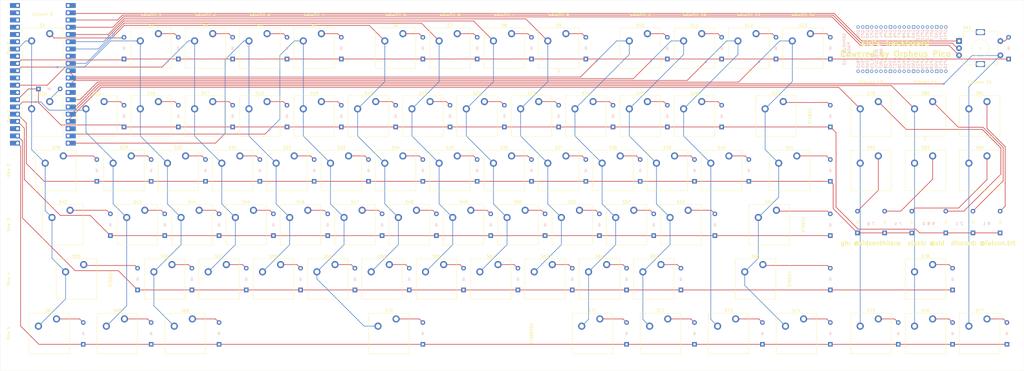
<source format=kicad_pcb>
(kicad_pcb (version 20240108) (generator "pcbnew") (generator_version "8.0")
  (layers (0 "F.Cu" signal) (31 "B.Cu" signal) (34 "B.Paste" user) (35 "F.Paste" user) (36 "B.SilkS" user "B.Silkscreen") (37 "F.SilkS" user "F.Silkscreen") (38 "B.Mask" user) (39 "F.Mask" user) (44 "Edge.Cuts" user))
  (net 0 "")
  (net 1 "Net-(D1-A)")
  (net 2 "Row 0")
  (net 3 "Net-(D2-A)")
  (net 4 "Net-(D3-A)")
  (net 5 "Net-(D4-A)")
  (net 6 "Net-(D5-A)")
  (net 7 "Net-(D6-A)")
  (net 8 "Net-(D7-A)")
  (net 9 "Net-(D8-A)")
  (net 10 "Net-(D9-A)")
  (net 11 "Net-(D10-A)")
  (net 12 "Net-(D11-A)")
  (net 13 "Net-(D12-A)")
  (net 14 "Net-(D13-A)")
  (net 15 "Net-(D14-A)")
  (net 16 "Row 1")
  (net 17 "Net-(D15-A)")
  (net 18 "Net-(D16-A)")
  (net 19 "Net-(D17-A)")
  (net 20 "Net-(D18-A)")
  (net 21 "Net-(D19-A)")
  (net 22 "Net-(D20-A)")
  (net 23 "Net-(D21-A)")
  (net 24 "Net-(D22-A)")
  (net 25 "Net-(D23-A)")
  (net 26 "Net-(D24-A)")
  (net 27 "Net-(D25-A)")
  (net 28 "Net-(D26-A)")
  (net 29 "Net-(D27-A)")
  (net 30 "Net-(D28-A)")
  (net 31 "Row 2")
  (net 32 "Net-(D29-A)")
  (net 33 "Net-(D30-A)")
  (net 34 "Net-(D31-A)")
  (net 35 "Net-(D32-A)")
  (net 36 "Net-(D33-A)")
  (net 37 "Net-(D34-A)")
  (net 38 "Net-(D35-A)")
  (net 39 "Net-(D36-A)")
  (net 40 "Net-(D37-A)")
  (net 41 "Net-(D38-A)")
  (net 42 "Net-(D39-A)")
  (net 43 "Net-(D40-A)")
  (net 44 "Net-(D41-A)")
  (net 45 "Net-(D42-A)")
  (net 46 "Row 3")
  (net 47 "Net-(D43-A)")
  (net 48 "Net-(D44-A)")
  (net 49 "Net-(D45-A)")
  (net 50 "Net-(D46-A)")
  (net 51 "Net-(D47-A)")
  (net 52 "Net-(D48-A)")
  (net 53 "Net-(D49-A)")
  (net 54 "Net-(D50-A)")
  (net 55 "Net-(D51-A)")
  (net 56 "Net-(D52-A)")
  (net 57 "Net-(D53-A)")
  (net 58 "Net-(D54-A)")
  (net 59 "Net-(D55-A)")
  (net 60 "Row 4")
  (net 61 "Net-(D56-A)")
  (net 62 "Net-(D57-A)")
  (net 63 "Net-(D58-A)")
  (net 64 "Net-(D59-A)")
  (net 65 "Net-(D60-A)")
  (net 66 "Net-(D61-A)")
  (net 67 "Net-(D62-A)")
  (net 68 "Net-(D63-A)")
  (net 69 "Net-(D64-A)")
  (net 70 "Net-(D65-A)")
  (net 71 "Net-(D66-A)")
  (net 72 "Net-(D67-A)")
  (net 73 "Row 5")
  (net 74 "Net-(D68-A)")
  (net 75 "Net-(D69-A)")
  (net 76 "Net-(D70-A)")
  (net 77 "Net-(D71-A)")
  (net 78 "Net-(D72-A)")
  (net 79 "Net-(D73-A)")
  (net 80 "Net-(D74-A)")
  (net 81 "Net-(D75-A)")
  (net 82 "Net-(D76-A)")
  (net 83 "Net-(D77-A)")
  (net 84 "Net-(D78-A)")
  (net 85 "Net-(D79-A)")
  (net 86 "Net-(D80-A)")
  (net 87 "Net-(D81-A)")
  (net 88 "Net-(D82-A)")
  (net 89 "Net-(D83-A)")
  (net 90 "Net-(D84-A)")
  (net 91 "Net-(D85-A)")
  (net 92 "Column 0")
  (net 93 "Column 2")
  (net 94 "Column 3")
  (net 95 "Column 4")
  (net 96 "Column 5")
  (net 97 "Column 6")
  (net 98 "Column 7")
  (net 99 "Column 8")
  (net 100 "Column 9")
  (net 101 "Column 10")
  (net 102 "Column 11")
  (net 103 "Column 12")
  (net 104 "Column 13")
  (net 105 "Column 1")
  (net 106 "Column 14")
  (net 107 "Column 15")
  (net 108 "Column 16")
  (net 109 "GND")
  (net 110 "Encoder 0")
  (net 111 "Encoder 1")
  (net 112 "LED")
  (net 118 "+5V")
  (net 119 "GND1")
  (footprint "ScottoKeebs_MX:MX_PCB_1.00u" (layer "F.Cu") (at 300.0375 185.7375)
    (property "Reference" "S64")
    (property "Value" "Keyswitch")
  )
  (footprint "ScottoKeebs_MX:MX_PCB_2.25u" (layer "F.Cu") (at 116.68125 185.7375)
    (property "Reference" "S55")
    (property "Value" "Keyswitch")
  )
  (footprint "ScottoKeebs_MX:MX_PCB_1.00u" (layer "F.Cu") (at 285.75 147.6375)
    (property "Reference" "S37")
    (property "Value" "Keyswitch")
  )
  (footprint "ScottoKeebs_MX:MX_PCB_1.00u" (layer "F.Cu") (at 200.025 104.775)
    (property "Reference" "S5")
    (property "Value" "Keyswitch")
  )
  (footprint "ScottoKeebs_Stabilizer:Stabilizer_MX_2.00u" (layer "F.Cu") (at 359.56875 166.6875)
    (property "Reference" "STAB2U")
    (property "Value" "Stabilizer_MX_2.00u")
  )
  (footprint "ScottoKeebs_Components:Diode_DO-35" (layer "F.Cu") (at 390.525 169.545 90)
    (property "Reference" "D82" (hide yes))
    (property "Value" "Diode" (hide yes))
  )
  (footprint "ScottoKeebs_MX:MX_PCB_1.00u" (layer "F.Cu") (at 309.5625 166.6875)
    (property "Reference" "S52")
    (property "Value" "Keyswitch")
  )
  (footprint "ScottoKeebs_Stabilizer:Stabilizer_MX_2.00u" (layer "F.Cu") (at 116.68125 185.7375)
    (property "Reference" "STAB2U")
    (property "Value" "Stabilizer_MX_2.00u")
  )
  (footprint "ScottoKeebs_MX:MX_PCB_1.00u" (layer "F.Cu") (at 209.55 147.6375)
    (property "Reference" "S33")
    (property "Value" "Keyswitch")
  )
  (footprint "ScottoKeebs_Stabilizer:Stabilizer_MX_2.00u" (layer "F.Cu") (at 354.80625 185.7375)
    (property "Reference" "STAB2U")
    (property "Value" "Stabilizer_MX_2.00u")
  )
  (footprint "ScottoKeebs_MX:MX_PCB_1.00u" (layer "F.Cu") (at 261.9375 185.7375)
    (property "Reference" "S62")
    (property "Value" "Keyswitch")
  )
  (footprint "ScottoKeebs_Components:Diode_DO-35" (layer "F.Cu") (at 440.53125 169.545 90)
    (property "Reference" "D81" (hide yes))
    (property "Value" "Diode" (hide yes))
  )
  (footprint "ScottoKeebs_MX:MX_PCB_1.00u" (layer "F.Cu") (at 271.4625 166.6875)
    (property "Reference" "S50")
    (property "Value" "Keyswitch")
  )
  (footprint "ScottoKeebs_MX:MX_PCB_1.00u" (layer "F.Cu") (at 280.9875 185.7375)
    (property "Reference" "S63")
    (property "Value" "Keyswitch")
  )
  (footprint "ScottoKeebs_MX:MX_PCB_1.00u" (layer "F.Cu") (at 228.6 104.775)
    (property "Reference" "S6")
    (property "Value" "Keyswitch")
  )
  (footprint "ScottoKeebs_MX:MX_PCB_1.00u" (layer "F.Cu") (at 238.125 128.5875)
    (property "Reference" "S21")
    (property "Value" "Keyswitch")
  )
  (footprint "ScottoKeebs_MX:MX_PCB_1.00u" (layer "F.Cu") (at 247.65 104.775)
    (property "Reference" "S7")
    (property "Value" "Keyswitch")
  )
  (footprint "ScottoKeebs_MX:MX_PCB_1.25u" (layer "F.Cu") (at 369.09375 204.7875)
    (property "Reference" "S74")
    (property "Value" "Keyswitch")
  )
  (footprint "ScottoKeebs_MX:MX_PCB_1.00u" (layer "F.Cu") (at 414.3375 185.7375)
    (property "Reference" "S78")
    (property "Value" "Keyswitch")
  )
  (footprint "ScottoKeebs_MX:MX_PCB_1.50u" (layer "F.Cu") (at 109.5375 147.6375)
    (property "Reference" "S28")
    (property "Value" "Keyswitch")
  )
  (footprint "ScottoKeebs_MX:MX_PCB_1.00u" (layer "F.Cu") (at 104.775 104.775)
    (property "Reference" "S1")
    (property "Value" "Keyswitch")
  )
  (footprint "ScottoKeebs_Stabilizer:Stabilizer_MX_6.25u" (layer "F.Cu") (at 226.21875 204.7875)
    (property "Reference" "STAB625U")
    (property "Value" "Stabilizer_MX_6.25u")
  )
  (footprint "ScottoKeebs_MX:MX_PCB_1.00u" (layer "F.Cu") (at 314.325 104.775)
    (property "Reference" "S10")
    (property "Value" "Keyswitch")
  )
  (footprint "ScottoKeebs_MX:MX_PCB_1.00u" (layer "F.Cu") (at 371.475 104.775)
    (property "Reference" "S13")
    (property "Value" "Keyswitch")
  )
  (footprint "ScottoKeebs_MX:MX_PCB_1.00u" (layer "F.Cu") (at 266.7 147.6375)
    (property "Reference" "S36")
    (property "Value" "Keyswitch")
  )
  (footprint "Rotary_Encoder:RotaryEncoder_Alps_EC11E-Switch_Vertical_H20mm" (layer "F.Cu") (at 426.1375 102.275)
    (property "Reference" "SW1")
    (property "Value" "RotaryEncoder_Switch")
  )
  (footprint "ScottoKeebs_MX:MX_PCB_1.00u" (layer "F.Cu") (at 200.025 128.5875)
    (property "Reference" "S19")
    (property "Value" "Keyswitch")
  )
  (footprint "ScottoKeebs_MX:MX_PCB_1.00u" (layer "F.Cu") (at 104.775 128.5875)
    (property "Reference" "S14")
    (property "Value" "Keyswitch")
  )
  (footprint "ScottoKeebs_MX:MX_PCB_1.25u" (layer "F.Cu") (at 154.78125 204.7875)
    (property "Reference" "S69")
    (property "Value" "Keyswitch")
  )
  (footprint "ScottoKeebs_MX:MX_PCB_1.00u" (layer "F.Cu") (at 395.2875 204.7875)
    (property "Reference" "S75")
    (property "Value" "Keyswitch")
  )
  (footprint "ScottoKeebs_MX:MX_PCB_1.00u" (layer "F.Cu") (at 142.875 128.5875)
    (property "Reference" "S16")
    (property "Value" "Keyswitch")
  )
  (footprint "ScottoKeebs_MX:MX_PCB_1.25u" (layer "F.Cu") (at 345.28125 204.7875)
    (property "Reference" "S73")
    (property "Value" "Keyswitch")
  )
  (footprint "ScottoKeebs_MX:MX_PCB_1.00u" (layer "F.Cu") (at 214.3125 166.6875)
    (property "Reference" "S47")
    (property "Value" "Keyswitch")
  )
  (footprint "ScottoKeebs_Stabilizer:Stabilizer_MX_2.00u" (layer "F.Cu") (at 361.95 128.5875)
    (property "Reference" "STAB2U")
    (property "Value" "Stabilizer_MX_2.00u")
  )
  (footprint "ScottoKeebs_MX:MX_PCB_1.00u" (layer "F.Cu") (at 219.075 128.5875)
    (property "Reference" "S20")
    (property "Value" "Keyswitch")
  )
  (footprint "ScottoKeebs_MX:MX_PCB_1.00u" (layer "F.Cu") (at 414.3375 204.7875)
    (property "Reference" "S76")
    (property "Value" "Keyswitch")
  )
  (footprint "ScottoKeebs_MX:MX_PCB_1.00u" (layer "F.Cu") (at 433.3875 128.5875)
    (property "Reference" "S81")
    (property "Value" "Keyswitch")
  )
  (footprint "ScottoKeebs_MX:MX_PCB_1.00u" (layer "F.Cu") (at 176.2125 166.6875)
    (property "Reference" "S45")
    (property "Value" "Keyswitch")
  )
  (footprint "ScottoKeebs_Components:Diode_DO-35" (layer "F.Cu") (at 400.05 169.545 90)
    (property "Reference" "D83" (hide yes))
    (property "Value" "Diode" (hide yes))
  )
  (footprint "ScottoKeebs_MX:MX_PCB_1.00u" (layer "F.Cu") (at 190.5 147.6375)
    (property "Reference" "S32")
    (property "Value" "Keyswitch")
  )
  (footprint "ScottoKeebs_MX:MX_PCB_1.00u" (layer "F.Cu") (at 433.3875 204.7875)
    (property "Reference" "S77")
    (property "Value" "Keyswitch")
  )
  (footprint "ScottoKeebs_MX:MX_PCB_1.00u" (layer "F.Cu") (at 304.8 147.6375)
    (property "Reference" "S38")
    (property "Value" "Keyswitch")
  )
  (footprint "ScottoKeebs_MX:MX_PCB_1.00u" (layer "F.Cu") (at 319.0875 185.7375)
    (property "Reference" "S65")
    (property "Value" "Keyswitch")
  )
  (footprint "ScottoKeebs_MX:MX_PCB_1.00u" (layer "F.Cu") (at 152.4 147.6375)
    (property "Reference" "S30")
    (property "Value" "Keyswitch")
  )
  (footprint "ScottoKeebs_MX:MX_PCB_1.50u" (layer "F.Cu") (at 366.7125 147.6375)
    (property "Reference" "S41")
    (property "Value" "Keyswitch")
  )
  (footprint "ScottoKeebs_MX:MX_PCB_1.00u" (layer "F.Cu") (at 285.75 104.775)
    (property "Reference" "S9")
    (property "Value" "S")
  )
  (footprint "ScottoKeebs_MX:MX_PCB_1.25u" (layer "F.Cu") (at 130.96875 204.7875)
    (property "Reference" "S68")
    (property "Value" "Keyswitch")
  )
  (footprint "ScottoKeebs_MX:MX_PCB_1.00u" (layer "F.Cu") (at 328.6125 166.6875)
    (property "Reference" "S53")
    (property "Value" "Keyswitch")
  )
  (footprint "ScottoKeebs_MX:MX_PCB_1.00u" (layer "F.Cu") (at 333.375 128.5875)
    (property "Reference" "S26")
    (property "Value" "Keyswitch")
  )
  (footprint "ScottoKeebs_Components:Diode_DO-35" (layer "F.Cu") (at 421.48125 169.545 90)
    (property "Reference" "D79" (hide yes))
    (property "Value" "Diode" (hide yes))
  )
  (footprint "ScottoKeebs_MX:MX_PCB_1.00u" (layer "F.Cu") (at 157.1625 166.6875)
    (property "Reference" "S44")
    (property "Value" "Keyswitch")
  )
  (footprint "ScottoKeebs_MX:MX_PCB_1.00u" (layer "F.Cu") (at 352.425 104.775)
    (property "Reference" "S12")
    (property "Value" "K")
  )
  (footprint "ScottoKeebs_MX:MX_PCB_1.75u" (layer "F.Cu") (at 111.91875 166.6875)
    (property "Reference" "S42")
    (property "Value" "Keyswitch")
  )
  (footprint "ScottoKeebs_Components:Diode_DO-35" (layer "F.Cu") (at 431.00625 169.545 90)
    (property "Reference" "D80" (hide yes))
    (property "Value" "Diode" (hide yes))
  )
  (footprint "ScottoKeebs_MX:MX_PCB_1.00u" (layer "F.Cu") (at 204.7875 185.7375)
    (property "Reference" "S59")
    (property "Value" "Keyswitch")
  )
  (footprint "ScottoKeebs_MX:MX_PCB_1.00u" (layer "F.Cu") (at 395.2875 147.6375)
    (property "Reference" "S82")
    (property "Value" "Keyswitch")
  )
  (footprint "ScottoKeebs_MX:MX_PCB_2.00u" (layer "F.Cu") (at 361.95 128.5875)
    (property "Reference" "S27")
    (property "Value" "Keyswitch")
  )
  (footprint "ScottoKeebs_MX:MX_PCB_1.00u" (layer "F.Cu") (at 133.35 147.6375)
    (property "Reference" "S29")
    (property "Value" "Keyswitch")
  )
  (footprint "ScottoKeebs_MX:MX_PCB_1.00u" (layer "F.Cu") (at 342.9 147.6375)
    (property "Reference" "S40")
    (property "Value" "Keyswitch")
  )
  (footprint "ScottoKeebs_MX:MX_PCB_1.00u" (layer "F.Cu") (at 295.275 128.5875)
    (property "Reference" "S24")
    (property "Value" "Keyswitch")
  )
  (footprint "ScottoKeebs_MX:MX_PCB_1.25u" (layer "F.Cu") (at 321.46875 204.7875)
    (property "Reference" "S72")
    (property "Value" "Keyswitch")
  )
  (footprint "ScottoKeebs_MX:MX_PCB_1.25u" (layer "F.Cu") (at 297.65625 204.7875)
    (property "Reference" "S71")
    (property "Value" "Keyswitch")
  )
  (footprint "ScottoKeebs_MX:MX_PCB_1.00u" (layer "F.Cu") (at 333.375 104.775)
    (property "Reference" "S11")
    (property "Value" "Keyswitch")
  )
  (footprint "ScottoKeebs_MX:MX_PCB_1.00u" (layer "F.Cu") (at 161.925 104.775)
    (property "Reference" "S3")
    (property "Value" "Keyswitch")
  )
  (footprint "ScottoKeebs_MX:MX_PCB_6.25u" (layer "F.Cu") (at 226.21875 204.7875)
    (property "Reference" "S70")
    (property "Value" "Keyswitch")
  )
  (footprint "ScottoKeebs_MX:MX_PCB_1.00u" (layer "F.Cu") (at 233.3625 166.6875)
    (property "Reference" "S48")
    (property "Value" "Keyswitch")
  )
  (footprint "ScottoKeebs_MX:MX_PCB_1.00u" (layer "F.Cu") (at 147.6375 185.7375)
    (property "Reference" "S56")
    (property "Value" "Keyswitch")
  )
  (footprint "ScottoKeebs_MX:MX_PCB_1.00u" (layer "F.Cu") (at 180.975 128.5875)
    (property "Reference" "S18")
    (property "Value" "Keyswitch")
  )
  (footprint "ScottoKeebs_Components:Diode_DO-35" (layer "F.Cu") (at 409.575 169.545 90)
    (property "Reference" "D84" (hide yes))
    (property "Value" "Diode" (hide yes))
  )
  (footprint "ScottoKeebs_MX:MX_PCB_1.00u" (layer "F.Cu") (at 195.2625 166.6875)
    (property "Reference" "S46")
    (property "Value" "Keyswitch")
  )
  (footprint "ScottoKeebs_MX:MX_PCB_1.00u" (layer "F.Cu") (at 161.925 128.5875)
    (property "Reference" "S17")
    (property "Value" "Keyswitch")
  )
  (footprint "ScottoKeebs_MX:MX_PCB_2.25u" (layer "F.Cu") (at 359.56875 166.6875)
    (property "Reference" "S54")
    (property "Value" "Keyswitch")
  )
  (footprint "ScottoKeebs_MX:MX_PCB_1.00u" (layer "F.Cu") (at 138.1125 166.6875)
    (property "Reference" "S43")
    (property "Value" "Keyswitch")
  )
  (footprint "ScottoKeebs_MX:MX_PCB_1.00u" (layer "F.Cu") (at 314.325 128.5875)
    (property "Reference" "S25")
    (property "Value" "Keyswitch")
  )
  (footprint "ScottoKeebs_MX:MX_PCB_1.00u" (layer "F.Cu") (at 180.975 104.775)
    (property "Reference" "S4")
    (property "Value" "Keyswitch")
  )
  (footprint "ScottoKeebs_MX:MX_PCB_1.00u" (layer "F.Cu") (at 433.3875 147.6375)
    (property "Reference" "S84")
    (property "Value" "Keyswitch")
  )
  (footprint "ScottoKeebs_MX:MX_PCB_1.00u" (layer "F.Cu") (at 414.3375 147.6375)
    (property "Reference" "S83")
    (property "Value" "Keyswitch")
  )
  (footprint "ScottoKeebs_MX:MX_PCB_1.00u" (layer "F.Cu") (at 276.225 128.5875)
    (property "Reference" "S23")
    (property "Value" "Keyswitch")
  )
  (footprint "ScottoKeebs_MX:MX_PCB_1.00u" (layer "F.Cu") (at 223.8375 185.7375)
    (property "Reference" "S60")
    (property "Value" "Keyswitch")
  )
  (footprint "ScottoKeebs_MX:MX_PCB_1.00u" (layer "F.Cu") (at 242.8875 185.7375)
    (property "Reference" "S61")
    (property "Value" "Keyswitch")
  )
  (footprint "ScottoKeebs_MX:MX_PCB_1.00u" (layer "F.Cu") (at 257.175 128.5875)
    (property "Reference" "S22")
    (property "Value" "Keyswitch")
  )
  (footprint "ScottoKeebs_MX:MX_PCB_1.25u" (layer "F.Cu") (at 107.15625 204.7875)
    (property "Reference" "S67")
    (property "Value" "Keyswitch")
  )
  (footprint "ScottoKeebs_MX:MX_PCB_1.00u" (layer "F.Cu") (at 171.45 147.6375)
    (property "Reference" "S31")
    (property "Value" "Keyswitch")
  )
  (footprint "ScottoKeebs_MX:MX_PCB_1.00u" (layer "F.Cu") (at 323.85 147.6375)
    (property "Reference" "S39")
    (property "Value" "Keyswitch")
  )
  (footprint "ScottoKeebs_MX:MX_PCB_1.00u" (layer "F.Cu") (at 414.3375 128.5875)
    (property "Reference" "S80")
    (property "Value" "E")
  )
  (footprint "ScottoKeebs_MX:MX_PCB_1.00u" (layer "F.Cu") (at 247.65 147.6375)
    (property "Reference" "S35")
    (property "Value" "Keyswitch")
  )
  (footprint "ScottoKeebs_MX:MX_PCB_1.00u" (layer "F.Cu") (at 290.5125 166.6875)
    (property "Reference" "S51")
    (property "Value" "Keyswitch")
  )
  (footprint "ScottoKeebs_MX:MX_PCB_1.00u" (layer "F.Cu") (at 185.7375 185.7375)
    (property "Reference" "S58")
    (property "Value" "Keyswitch")
  )
  (footprint "ScottoKeebs_MX:MX_PCB_1.00u" (layer "F.Cu") (at 228.6 147.6375)
    (property "Reference" "S34")
    (property "Value" "Keyswitch")
  )
  (footprint "ScottoKeebs_MX:MX_PCB_1.00u" (layer "F.Cu") (at 142.875 104.775)
    (property "Reference" "S2")
    (property "Value" "Keyswitch")
  )
  (footprint "ScottoKeebs_MX:MX_PCB_1.00u" (layer "F.Cu") (at 266.7 104.775)
    (property "Reference" "S8")
    (property "Value" "Keyswitch")
  )
  (footprint "ScottoKeebs_MX:MX_PCB_1.00u" (layer "F.Cu") (at 123.825 128.5875)
    (property "Reference" "S15")
    (property "Value" "Keyswitch")
  )
  (footprint "ScottoKeebs_MX:MX_PCB_2.75u" (layer "F.Cu") (at 354.80625 185.7375)
    (property "Reference" "S66")
    (property "Value" "Keyswitch")
  )
  (footprint "ScottoKeebs_MX:MX_PCB_1.00u" (layer "F.Cu") (at 252.4125 166.6875)
    (property "Reference" "S49")
    (property "Value" "Keyswitch")
  )
  (footprint "ScottoKeebs_MX:MX_PCB_1.00u" (layer "F.Cu") (at 395.2875 128.5875)
    (property "Reference" "S79")
    (property "Value" "Keyswitch")
  )
  (footprint "ScottoKeebs_MX:MX_PCB_1.00u" (layer "F.Cu") (at 166.6875 185.7375)
    (property "Reference" "S57")
    (property "Value" "Keyswitch")
  )
  (footprint "ScottoKeebs_Components:Diode_DO-35" (layer "B.Cu") (at 228.6 132.3975 90)
    (property "Reference" "D20" (hide yes))
    (property "Value" "Diode" (hide yes))
  )
  (footprint "ScottoKeebs_Components:Diode_DO-35" (layer "B.Cu") (at 257.175 108.585 90)
    (property "Reference" "D7" (hide yes))
    (property "Value" "Diode" (hide yes))
  )
  (footprint "ScottoKeebs_Components:Diode_DO-35" (layer "B.Cu") (at 361.95 108.585 90)
    (property "Reference" "D12" (hide yes))
    (property "Value" "Diode" (hide yes))
  )
  (footprint "ScottoKeebs_Components:Diode_DO-35" (layer "B.Cu") (at 204.7875 170.4975 90)
    (property "Reference" "D46" (hide yes))
    (property "Value" "Diode" (hide yes))
  )
  (footprint "ScottoKeebs_Components:Diode_DO-35" (layer "B.Cu") (at 147.6375 170.4975 90)
    (property "Reference" "D43" (hide yes))
    (property "Value" "Diode" (hide yes))
  )
  (footprint "ScottoKeebs_Components:Diode_DO-35" (layer "B.Cu") (at 200.025 151.4475 90)
    (property "Reference" "D32" (hide yes))
    (property "Value" "Diode" (hide yes))
  )
  (footprint "ScottoKeebs_Components:Diode_DO-35" (layer "B.Cu") (at 276.225 151.4475 90)
    (property "Reference" "D36" (hide yes))
    (property "Value" "Diode" (hide yes))
  )
  (footprint "ScottoKeebs_Components:Diode_DO-35" (layer "B.Cu") (at 304.8 132.3975 90)
    (property "Reference" "D24" (hide yes))
    (property "Value" "Diode" (hide yes))
  )
  (footprint "ScottoKeebs_Components:Diode_DO-35" (layer "B.Cu") (at 238.125 208.5975 90)
    (property "Reference" "D70" (hide yes))
    (property "Value" "Diode" (hide yes))
  )
  (footprint "ScottoKeebs_Components:Diode_DO-35" (layer "B.Cu") (at 295.275 151.4475 90)
    (property "Reference" "D37" (hide yes))
    (property "Value" "Diode" (hide yes))
  )
  (footprint "ScottoKeebs_Components:Diode_DO-35" (layer "B.Cu") (at 190.5 132.3975 90)
    (property "Reference" "D18" (hide yes))
    (property "Value" "Diode" (hide yes))
  )
  (footprint "ScottoKeebs_Components:Diode_DO-35" (layer "B.Cu") (at 219.075 151.4475 90)
    (property "Reference" "D33" (hide yes))
    (property "Value" "Diode" (hide yes))
  )
  (footprint "ScottoKeebs_Components:Diode_DO-35" (layer "B.Cu") (at 142.875 208.5975 90)
    (property "Reference" "D68" (hide yes))
    (property "Value" "Diode" (hide yes))
  )
  (footprint "ScottoKeebs_Components:Diode_DO-35" (layer "B.Cu") (at 381 189.5475 90)
    (property "Reference" "D66" (hide yes))
    (property "Value" "Diode" (hide yes))
  )
  (footprint "ScottoKeebs_Components:Diode_DO-35" (layer "B.Cu") (at 357.1875 208.5975 90)
    (property "Reference" "D73" (hide yes))
    (property "Value" "Diode" (hide yes))
  )
  (footprint "ScottoKeebs_Components:Diode_DO-35" (layer "B.Cu") (at 381 132.3975 90)
    (property "Reference" "D27" (hide yes))
    (property "Value" "Diode" (hide yes))
  )
  (footprint "ScottoKeebs_Components:Diode_DO-35" (layer "B.Cu") (at 381 208.5975 90)
    (property "Reference" "D74" (hide yes))
    (property "Value" "Diode" (hide yes))
  )
  (footprint "ScottoKeebs_Components:Diode_DO-35" (layer "B.Cu") (at 323.85 132.3975 90)
    (property "Reference" "D25" (hide yes))
    (property "Value" "Diode" (hide yes))
  )
  (footprint "ScottoKeebs_Components:Diode_DO-35" (layer "B.Cu") (at 161.925 151.4475 90)
    (property "Reference" "D30" (hide yes))
    (property "Value" "Diode" (hide yes))
  )
  (footprint "ScottoKeebs_Components:Diode_DO-35" (layer "B.Cu") (at 180.975 151.4475 90)
    (property "Reference" "D31" (hide yes))
    (property "Value" "Diode" (hide yes))
  )
  (footprint "ScottoKeebs_Components:Diode_DO-35" (layer "B.Cu") (at 209.55 108.585 90)
    (property "Reference" "D5" (hide yes))
    (property "Value" "Diode" (hide yes))
  )
  (footprint "ScottoKeebs_Components:Diode_DO-35" (layer "B.Cu") (at 381 170.4975 90)
    (property "Reference" "D54" (hide yes))
    (property "Value" "Diode" (hide yes))
  )
  (footprint "ScottoKeebs_Components:Diode_DO-35" (layer "B.Cu") (at 138.1125 189.5475 90)
    (property "Reference" "D55" (hide yes))
    (property "Value" "Diode" (hide yes))
  )
  (footprint "ScottoKeebs_Components:Diode_DO-35" (layer "B.Cu") (at 333.375 208.5975 90)
    (property "Reference" "D72" (hide yes))
    (property "Value" "Diode" (hide yes))
  )
  (footprint "ScottoKeebs_Components:Diode_DO-35" (layer "B.Cu") (at 257.175 151.4475 90)
    (property "Reference" "D35" (hide yes))
    (property "Value" "Diode" (hide yes))
  )
  (footprint "ScottoKeebs_Components:Diode_DO-35" (layer "B.Cu") (at 119.0625 208.5975 90)
    (property "Reference" "D67" (hide yes))
    (property "Value" "Diode" (hide yes))
  )
  (footprint "ScottoKeebs_Components:Diode_DO-35" (layer "B.Cu") (at 352.425 151.4475 90)
    (property "Reference" "D40" (hide yes))
    (property "Value" "Diode" (hide yes))
  )
  (footprint "ScottoKeebs_Components:Diode_DO-35" (layer "B.Cu") (at 152.4 132.3975 90)
    (property "Reference" "D16" (hide yes))
    (property "Value" "Diode" (hide yes))
  )
  (footprint "ScottoKeebs_Components:Diode_DO-35" (layer "B.Cu") (at 238.125 108.585 90)
    (property "Reference" "D6" (hide yes))
    (property "Value" "Diode" (hide yes))
  )
  (footprint "ScottoKeebs_Components:Diode_DO-35" (layer "B.Cu") (at 300.0375 170.4975 90)
    (property "Reference" "D51" (hide yes))
    (property "Value" "Diode" (hide yes))
  )
  (footprint "ScottoKeebs_Components:Diode_DO-35" (layer "B.Cu") (at 185.7375 170.4975 90)
    (property "Reference" "D45" (hide yes))
    (property "Value" "Diode" (hide yes))
  )
  (footprint "ScottoKeebs_Components:Diode_DO-35" (layer "B.Cu") (at 261.9375 170.4975 90)
    (property "Reference" "D49" (hide yes))
    (property "Value" "Diode" (hide yes))
  )
  (footprint "ScottoKeebs_Components:Diode_DO-35" (layer "B.Cu") (at 381 151.4475 90)
    (property "Reference" "D41" (hide yes))
    (property "Value" "Diode" (hide yes))
  )
  (footprint "ScottoKeebs_Components:Diode_DO-35" (layer "B.Cu") (at 157.1625 189.5475 90)
    (property "Reference" "D56" (hide yes))
    (property "Value" "Diode" (hide yes))
  )
  (footprint "ScottoKeebs_Components:Diode_DO-35" (layer "B.Cu") (at 176.2125 189.5475 90)
    (property "Reference" "D57" (hide yes))
    (property "Value" "Diode" (hide yes))
  )
  (footprint "ScottoKeebs_Components:Diode_DO-35" (layer "B.Cu") (at 238.125 151.4475 90)
    (property "Reference" "D34" (hide yes))
    (property "Value" "Diode" (hide yes))
  )
  (footprint "ScottoKeebs_Components:Diode_DO-35" (layer "B.Cu") (at 171.45 132.3975 90)
    (property "Reference" "D17" (hide yes))
    (property "Value" "Diode" (hide yes))
  )
  (footprint "ScottoKeebs_Components:Diode_DO-35" (layer "B.Cu") (at 442.9125 208.5975 90)
    (property "Reference" "D77" (hide yes))
    (property "Value" "Diode" (hide yes))
  )
  (footprint "ScottoKeebs_Components:Diode_DO-35" (layer "B.Cu") (at 166.6875 170.4975 90)
    (property "Reference" "D44" (hide yes))
    (property "Value" "Diode" (hide yes))
  )
  (footprint "ScottoKeebs_Components:Diode_DO-35" (layer "B.Cu") (at 319.0875 170.4975 90)
    (property "Reference" "D52" (hide yes))
    (property "Value" "Diode" (hide yes))
  )
  (footprint "ScottoKeebs_MCU:Raspberry_Pi_Pico" (layer "B.Cu") (at 104.91 113.95 180)
    (property "Reference" "U1" (hide yes))
    (property "Value" "Raspberry_Pi_Pico" (hide yes))
  )
  (footprint "ScottoKeebs_Components:Diode_DO-35" (layer "B.Cu") (at 166.6875 208.5975 90)
    (property "Reference" "D69" (hide yes))
    (property "Value" "Diode" (hide yes))
  )
  (footprint "ScottoKeebs_Components:Diode_DO-35" (layer "B.Cu") (at 133.35 108.585 90)
    (property "Reference" "D1" (hide yes))
    (property "Value" "Diode" (hide yes))
  )
  (footprint "ScottoKeebs_Components:Diode_DO-35" (layer "B.Cu") (at 103.34625 119.0625)
    (property "Reference" "D14" (hide yes))
    (property "Value" "Diode" (hide yes))
  )
  (footprint "ScottoKeebs_Components:Diode_DO-35" (layer "B.Cu") (at 247.65 132.3975 90)
    (property "Reference" "D21" (hide yes))
    (property "Value" "Diode" (hide yes))
  )
  (footprint "ScottoKeebs_Components:Diode_DO-35" (layer "B.Cu") (at 233.3625 189.5475 90)
    (property "Reference" "D60" (hide yes))
    (property "Value" "Diode" (hide yes))
  )
  (footprint "ScottoKeebs_Components:Diode_DO-35" (layer "B.Cu") (at 171.45 108.585 90)
    (property "Reference" "D3" (hide yes))
    (property "Value" "Diode" (hide yes))
  )
  (footprint "ScottoKeebs_Components:Diode_DO-35" (layer "B.Cu") (at 443.5 108.585 90)
    (property "Reference" "D85" (hide yes))
    (property "Value" "Diode" (hide yes))
  )
  (footprint "ScottoKeebs_Components:Diode_DO-35" (layer "B.Cu") (at 190.5 108.585 90)
    (property "Reference" "D4" (hide yes))
    (property "Value" "Diode" (hide yes))
  )
  (footprint "ScottoKeebs_Components:Diode_DO-35" (layer "B.Cu") (at 342.9 108.585 90)
    (property "Reference" "D11" (hide yes))
    (property "Value" "Diode" (hide yes))
  )
  (footprint "ScottoKeebs_Components:Diode_DO-35" (layer "B.Cu") (at 323.85 108.585 90)
    (property "Reference" "D10" (hide yes))
    (property "Value" "Diode" (hide yes))
  )
  (footprint "ScottoKeebs_Components:Diode_DO-35" (layer "B.Cu") (at 276.225 108.585 90)
    (property "Reference" "D8" (hide yes))
    (property "Value" "Diode" (hide yes))
  )
  (footprint "ScottoKeebs_Components:Diode_DO-35" (layer "B.Cu") (at 423.8625 189.5475 90)
    (property "Reference" "D78" (hide yes))
    (property "Value" "Diode" (hide yes))
  )
  (footprint "ScottoKeebs_Components:Diode_DO-35" (layer "B.Cu") (at 214.3125 189.5475 90)
    (property "Reference" "D59" (hide yes))
    (property "Value" "Diode" (hide yes))
  )
  (footprint "ScottoKeebs_Components:Diode_DO-35" (layer "B.Cu") (at 309.5625 208.5975 90)
    (property "Reference" "D71" (hide yes))
    (property "Value" "Diode" (hide yes))
  )
  (footprint "ScottoKeebs_Components:Diode_DO-35" (layer "B.Cu") (at 152.4 108.585 90)
    (property "Reference" "D2" (hide yes))
    (property "Value" "Diode" (hide yes))
  )
  (footprint "ScottoKeebs_Components:Diode_DO-35" (layer "B.Cu") (at 309.5625 189.5475 90)
    (property "Reference" "D64" (hide yes))
    (property "Value" "Diode" (hide yes))
  )
  (footprint "ScottoKeebs_Components:Diode_DO-35" (layer "B.Cu") (at 381 108.585 90)
    (property "Reference" "D13" (hide yes))
    (property "Value" "Diode" (hide yes))
  )
  (footprint "ScottoKeebs_Components:Diode_DO-35" (layer "B.Cu") (at 223.8375 170.4975 90)
    (property "Reference" "D47" (hide yes))
    (property "Value" "Diode" (hide yes))
  )
  (footprint "ScottoKeebs_Components:Diode_DO-35" (layer "B.Cu") (at 242.8875 170.4975 90)
    (property "Reference" "D48" (hide yes))
    (property "Value" "Diode" (hide yes))
  )
  (footprint "ScottoKeebs_Components:Diode_DO-35" (layer "B.Cu") (at 271.4625 189.5475 90)
    (property "Reference" "D62" (hide yes))
    (property "Value" "Diode" (hide yes))
  )
  (footprint "ScottoKeebs_Components:Diode_DO-35" (layer "B.Cu") (at 328.6125 189.5475 90)
    (property "Reference" "D65" (hide yes))
    (property "Value" "Diode" (hide yes))
  )
  (footprint "ScottoKeebs_Components:Diode_DO-35" (layer "B.Cu") (at 423.8625 208.5975 90)
    (property "Reference" "D76" (hide yes))
    (property "Value" "Diode" (hide yes))
  )
  (footprint "ScottoKeebs_Components:Diode_DO-35" (layer "B.Cu") (at 195.2625 189.5475 90)
    (property "Reference" "D58" (hide yes))
    (property "Value" "Diode" (hide yes))
  )
  (footprint "ScottoKeebs_Components:Diode_DO-35" (layer "B.Cu") (at 333.375 151.4475 90)
    (property "Reference" "D39" (hide yes))
    (property "Value" "Diode" (hide yes))
  )
  (footprint "ScottoKeebs_Components:Diode_DO-35" (layer "B.Cu") (at 290.5125 189.5475 90)
    (property "Reference" "D63" (hide yes))
    (property "Value" "Diode" (hide yes))
  )
  (footprint "ScottoKeebs_Components:Diode_DO-35" (layer "B.Cu") (at 252.4125 189.5475 90)
    (property "Reference" "D61" (hide yes))
    (property "Value" "Diode" (hide yes))
  )
  (footprint "ScottoKeebs_Components:Diode_DO-35" (layer "B.Cu") (at 295.275 108.585 90)
    (property "Reference" "D9" (hide yes))
    (property "Value" "Diode" (hide yes))
  )
  (footprint "ScottoKeebs_Components:Diode_DO-35" (layer "B.Cu") (at 142.875 151.4475 90)
    (property "Reference" "D29" (hide yes))
    (property "Value" "Diode" (hide yes))
  )
  (footprint "ScottoKeebs_Components:Diode_DO-35" (layer "B.Cu") (at 133.35 132.3975 90)
    (property "Reference" "D15" (hide yes))
    (property "Value" "Diode" (hide yes))
  )
  (footprint "ScottoKeebs_Components:Diode_DO-35" (layer "B.Cu") (at 266.7 132.3975 90)
    (property "Reference" "D22" (hide yes))
    (property "Value" "Diode" (hide yes))
  )
  (footprint "ScottoKeebs_Components:Diode_DO-35" (layer "B.Cu") (at 128.5875 170.4975 90)
    (property "Reference" "D42" (hide yes))
    (property "Value" "Diode" (hide yes))
  )
  (footprint "ScottoKeebs_Components:Diode_DO-35" (layer "B.Cu") (at 123.825 151.4475 90)
    (property "Reference" "D28" (hide yes))
    (property "Value" "Diode" (hide yes))
  )
  (footprint "ScottoKeebs_Components:Diode_DO-35" (layer "B.Cu") (at 280.9875 170.4975 90)
    (property "Reference" "D50" (hide yes))
    (property "Value" "Diode" (hide yes))
  )
  (footprint "ScottoKeebs_Components:Diode_DO-35" (layer "B.Cu") (at 342.9 132.3975 90)
    (property "Reference" "D26" (hide yes))
    (property "Value" "Diode" (hide yes))
  )
  (footprint "ScottoKeebs_Components:Diode_DO-35" (layer "B.Cu") (at 404.8125 208.5975 90)
    (property "Reference" "D75" (hide yes))
    (property "Value" "Diode" (hide yes))
  )
  (footprint "ScottoKeebs_Components:Diode_DO-35" (layer "B.Cu") (at 209.55 132.3975 90)
    (property "Reference" "D19" (hide yes))
    (property "Value" "Diode" (hide yes))
  )
  (footprint "ScottoKeebs_Components:Diode_DO-35" (layer "B.Cu") (at 314.325 151.4475 90)
    (property "Reference" "D38" (hide yes))
    (property "Value" "Diode" (hide yes))
  )
  (footprint "ScottoKeebs_Components:Diode_DO-35" (layer "B.Cu") (at 285.75 132.3975 90)
    (property "Reference" "D23" (hide yes))
    (property "Value" "Diode" (hide yes))
  )
  (footprint "ScottoKeebs_Components:Diode_DO-35" (layer "B.Cu") (at 340.51875 170.4975 90)
    (property "Reference" "D53" (hide yes))
    (property "Value" "Diode" (hide yes))
  )
  (gr_circle (center 397.125 112.875) (end 397.625 112.875) (stroke (width 0.2)) (fill none) (layer "B.Cu"))
  (gr_circle (center 390.75 97.375) (end 391.25 97.375) (stroke (width 0.2)) (fill none) (layer "B.Cu"))
  (gr_circle (center 390.75 112.875) (end 391.25 112.875) (stroke (width 0.2)) (fill none) (layer "B.Cu"))
  (gr_circle (center 405.25 112.875) (end 405.75 112.875) (stroke (width 0.2)) (fill none) (layer "B.Cu"))
  (gr_circle (center 406.875 97.375) (end 407.375 97.375) (stroke (width 0.2)) (fill none) (layer "B.Cu"))
  (gr_rect (start 401.575 112.375) (end 402.575 113.375) (stroke (width 0.2)) (fill none) (layer "B.Cu"))
  (gr_circle (center 419.875 97.375) (end 420.375 97.375) (stroke (width 0.2)) (fill none) (layer "B.Cu"))
  (gr_rect (start 417.825 96.875) (end 418.825 97.875) (stroke (width 0.2)) (fill none) (layer "B.Cu"))
  (gr_circle (center 413.375 112.875) (end 413.875 112.875) (stroke (width 0.2)) (fill none) (layer "B.Cu"))
  (gr_circle (center 400.375 97.375) (end 400.875 97.375) (stroke (width 0.2)) (fill none) (layer "B.Cu"))
  (gr_rect (start 417.825 112.375) (end 418.825 113.375) (stroke (width 0.2)) (fill none) (layer "B.Cu"))
  (gr_circle (center 416.625 97.375) (end 417.125 97.375) (stroke (width 0.2)) (fill none) (layer "B.Cu"))
  (gr_rect (start 393.45 96.875) (end 394.45 97.875) (stroke (width 0.2)) (fill none) (layer "B.Cu"))
  (gr_circle (center 395.5 112.875) (end 396 112.875) (stroke (width 0.2)) (fill none) (layer "B.Cu"))
  (gr_rect (start 393.45 112.375) (end 394.45 113.375) (stroke (width 0.2)) (fill none) (layer "B.Cu"))
  (gr_rect (start 401.575 96.875) (end 402.575 97.875) (stroke (width 0.2)) (fill none) (layer "B.Cu"))
  (gr_circle (center 408.5 112.875) (end 409 112.875) (stroke (width 0.2)) (fill none) (layer "B.Cu"))
  (gr_rect (start 409.7 112.375) (end 410.7 113.375) (stroke (width 0.2)) (fill none) (layer "B.Cu"))
  (gr_circle (center 392.375 97.375) (end 392.875 97.375) (stroke (width 0.2)) (fill none) (layer "B.Cu"))
  (gr_circle (center 398.75 112.875) (end 399.25 112.875) (stroke (width 0.2)) (fill none) (layer "B.Cu"))
  (gr_circle (center 392.375 112.875) (end 392.875 112.875) (stroke (width 0.2)) (fill none) (layer "B.Cu"))
  (gr_rect (start 409.7 96.875) (end 410.7 97.875) (stroke (width 0.2)) (fill none) (layer "B.Cu"))
  (gr_circle (center 419.875 112.875) (end 420.375 112.875) (stroke (width 0.2)) (fill none) (layer "B.Cu"))
  (gr_circle (center 406.875 112.875) (end 407.375 112.875) (stroke (width 0.2)) (fill none) (layer "B.Cu"))
  (gr_circle (center 411.75 97.375) (end 412.25 97.375) (stroke (width 0.2)) (fill none) (layer "B.Cu"))
  (gr_circle (center 408.5 97.375) (end 409 97.375) (stroke (width 0.2)) (fill none) (layer "B.Cu"))
  (gr_circle (center 411.75 112.875) (end 412.25 112.875) (stroke (width 0.2)) (fill none) (layer "B.Cu"))
  (gr_circle (center 405.25 97.375) (end 405.75 97.375) (stroke (width 0.2)) (fill none) (layer "B.Cu"))
  (gr_circle (center 416.625 112.875) (end 417.125 112.875) (stroke (width 0.2)) (fill none) (layer "B.Cu"))
  (gr_circle (center 398.75 97.375) (end 399.25 97.375) (stroke (width 0.2)) (fill none) (layer "B.Cu"))
  (gr_circle (center 413.375 97.375) (end 413.875 97.375) (stroke (width 0.2)) (fill none) (layer "B.Cu"))
  (gr_circle (center 415 97.375) (end 415.5 97.375) (stroke (width 0.2)) (fill none) (layer "B.Cu"))
  (gr_circle (center 397.125 97.375) (end 397.625 97.375) (stroke (width 0.2)) (fill none) (layer "B.Cu"))
  (gr_circle (center 403.625 112.875) (end 404.125 112.875) (stroke (width 0.2)) (fill none) (layer "B.Cu"))
  (gr_circle (center 403.625 97.375) (end 404.125 97.375) (stroke (width 0.2)) (fill none) (layer "B.Cu"))
  (gr_circle (center 400.375 112.875) (end 400.875 112.875) (stroke (width 0.2)) (fill none) (layer "B.Cu"))
  (gr_circle (center 395.5 97.375) (end 396 97.375) (stroke (width 0.2)) (fill none) (layer "B.Cu"))
  (gr_circle (center 421.5 97.375) (end 422 97.375) (stroke (width 0.2)) (fill none) (layer "B.Cu"))
  (gr_circle (center 415 112.875) (end 415.5 112.875) (stroke (width 0.2)) (fill none) (layer "B.Cu"))
  (gr_circle (center 421.5 112.875) (end 422 112.875) (stroke (width 0.2)) (fill none) (layer "B.Cu"))
  (gr_rect (start 89.9 87.925) (end 448.9 217.925) (stroke (width 0.05)) (fill none) (layer "Edge.Cuts"))
  (gr_text "9 1" (at 435.8 166.3 -0) (layer "B.SilkS") (effects (font (size 1 1) (thickness 0.125)) (justify mirror)))
  (gr_text "7 9" (at 395.3 166.4 -0) (layer "B.SilkS") (effects (font (size 1 1) (thickness 0.125)) (justify mirror)))
  (gr_text "9 8 0" (at 415.5 166.9 -0) (layer "B.SilkS") (effects (font (size 1 1) (thickness 0.125)) (justify bottom mirror)))
  (gr_text "  ORPHEUS PICO  \n PINOUT \n    \nGP0         VBUS\nGP1         VSYS\nGND          GND\nGP2       3V3_EN\nGP3     3V3(OUT)\nGP4     ADC_VREF\nGP5         GP28\nGND          GND\nGP6         GP27\nGP7         GP26\nGP8          RUN\nGP9         GP22\nGND          GND\nGP10        GP21\nGP11        GP20\nGP12        GP19\nGP13        GP18\nGND          GND\nGP14        GP17\nGP15        GP16" (at 403.675 105.125 90) (layer "B.SilkS") (effects (font (size 1 1) (thickness 0.125)) (justify mirror)))
  (gr_text "7 4" (at 404.8 166.4 -0) (layer "B.SilkS") (effects (font (size 1 1) (thickness 0.125)) (justify mirror)))
  (gr_text "2 1" (at 426.2 166.3 -0) (layer "B.SilkS") (effects (font (size 1 1) (thickness 0.125)) (justify mirror)))
  (gr_text "Column 14" (at 414.3375 116.68125 0) (layer "F.SilkS") (effects (font (size 1 1))))
  (gr_text "Column 12" (at 371.475 92.86875 0) (layer "F.SilkS") (effects (font (size 1 1))))
  (gr_text "Row 0" (at 92.86875 104.775 90) (layer "F.SilkS") (effects (font (size 1 1))))
  (gr_text "Column 3" (at 180.975 92.86875 0) (layer "F.SilkS") (effects (font (size 1 1))))
  (gr_text "Column 4" (at 200.025 92.86875 0) (layer "F.SilkS") (effects (font (size 1 1))))
  (gr_text "sid's hackboard" (at 403.86 104.14 0) (layer "F.SilkS") (effects (font (size 2 2) (thickness 0.4) (bold yes)) (justify bottom)))
  (gr_text "Column 15" (at 433.3875 116.68125 0) (layer "F.SilkS") (effects (font (size 1 1))))
  (gr_text "Row 2" (at 92.86875 147.6375 90) (layer "F.SilkS") (effects (font (size 1 1))))
  (gr_text "Column 7" (at 266.7 92.86875 0) (layer "F.SilkS") (effects (font (size 1 1))))
  (gr_text "Powered by Orpheus Pico\n" (at 403.86 107.95 0) (layer "F.SilkS") (effects (font (size 2 2) (thickness 0.4) (bold yes)) (justify bottom)))
  (gr_text "Column 9" (at 314.325 92.86875 0) (layer "F.SilkS") (effects (font (size 1 1))))
  (gr_text "Row 5" (at 92.86875 204.7875 90) (layer "F.SilkS") (effects (font (size 1 1))))
  (gr_text "Column 10" (at 333.375 92.86875 0) (layer "F.SilkS") (effects (font (size 1 1))))
  (gr_text "gh: @sidsenthilexe  slack: @sid  discord: @falcon.txt" (at 415.29 173.99 0) (layer "F.SilkS") (effects (font (size 1.5 1.5) (thickness 0.3) (bold yes)) (justify bottom)))
  (gr_text "Column 0" (at 104.775 92.86875 0) (layer "F.SilkS") (effects (font (size 1 1))))
  (gr_text "Column 1" (at 142.875 92.86875 0) (layer "F.SilkS") (effects (font (size 1 1))))
  (gr_text "Row 3" (at 92.86875 166.6875 90) (layer "F.SilkS") (effects (font (size 1 1))))
  (gr_text "Row 1" (at 92.86875 128.5875 90) (layer "F.SilkS") (effects (font (size 1 1))))
  (gr_text "Column 2" (at 161.925 92.86875 0) (layer "F.SilkS") (effects (font (size 1 1))))
  (gr_text "Column 11" (at 352.425 92.86875 0) (layer "F.SilkS") (effects (font (size 1 1))))
  (gr_text "Column 6" (at 247.65 92.86875 0) (layer "F.SilkS") (effects (font (size 1 1))))
  (gr_text "Column 5" (at 228.6 92.86875 0) (layer "F.SilkS") (effects (font (size 1 1))))
  (gr_text "Column 8" (at 285.75 92.86875 0) (layer "F.SilkS") (effects (font (size 1 1))))
  (gr_text "Column 13" (at 395.2875 116.68125 0) (layer "F.SilkS") (effects (font (size 1 1))))
  (gr_text "Row 4" (at 92.86875 185.7375 90) (layer "F.SilkS") (effects (font (size 1 1))))
  (segment (start 108.82 101.2) (end 107.315 99.695) (width 0.2) (layer "F.Cu") (net 1))
  (segment (start 133.115 101.2) (end 108.82 101.2) (width 0.2) (layer "F.Cu") (net 1))
  (segment (start 133.35 100.965) (end 133.115 101.2) (width 0.2) (layer "F.Cu") (net 1))
  (segment (start 133.35 108.585) (end 443.5 108.585) (width 0.2) (layer "F.Cu") (net 2))
  (segment (start 97.26 108.9) (end 96.02 110.14) (width 0.2) (layer "F.Cu") (net 2))
  (segment (start 133.35 108.585) (end 133.035 108.9) (width 0.2) (layer "F.Cu") (net 2))
  (segment (start 133.035 108.9) (end 97.26 108.9) (width 0.2) (layer "F.Cu") (net 2))
  (segment (start 145.415 99.695) (end 151.13 99.695) (width 0.2) (layer "F.Cu") (net 3))
  (segment (start 151.13 99.695) (end 152.4 100.965) (width 0.2) (layer "F.Cu") (net 3))
  (segment (start 170.18 99.695) (end 171.45 100.965) (width 0.2) (layer "F.Cu") (net 4))
  (segment (start 164.465 99.695) (end 170.18 99.695) (width 0.2) (layer "F.Cu") (net 4))
  (segment (start 183.515 99.695) (end 189.23 99.695) (width 0.2) (layer "F.Cu") (net 5))
  (segment (start 189.23 99.695) (end 190.5 100.965) (width 0.2) (layer "F.Cu") (net 5))
  (segment (start 202.565 99.695) (end 208.28 99.695) (width 0.2) (layer "F.Cu") (net 6))
  (segment (start 208.28 99.695) (end 209.55 100.965) (width 0.2) (layer "F.Cu") (net 6))
  (segment (start 231.14 99.695) (end 236.855 99.695) (width 0.2) (layer "F.Cu") (net 7))
  (segment (start 236.855 99.695) (end 238.125 100.965) (width 0.2) (layer "F.Cu") (net 7))
  (segment (start 250.19 99.695) (end 255.905 99.695) (width 0.2) (layer "F.Cu") (net 8))
  (segment (start 255.905 99.695) (end 257.175 100.965) (width 0.2) (layer "F.Cu") (net 8))
  (segment (start 274.955 99.695) (end 276.225 100.965) (width 0.2) (layer "F.Cu") (net 9))
  (segment (start 269.24 99.695) (end 274.955 99.695) (width 0.2) (layer "F.Cu") (net 9))
  (segment (start 288.29 99.695) (end 294.005 99.695) (width 0.2) (layer "F.Cu") (net 10))
  (segment (start 294.005 99.695) (end 295.275 100.965) (width 0.2) (layer "F.Cu") (net 10))
  (segment (start 316.865 99.695) (end 322.58 99.695) (width 0.2) (layer "F.Cu") (net 11))
  (segment (start 322.58 99.695) (end 323.85 100.965) (width 0.2) (layer "F.Cu") (net 11))
  (segment (start 335.915 99.695) (end 341.63 99.695) (width 0.2) (layer "F.Cu") (net 12))
  (segment (start 341.63 99.695) (end 342.9 100.965) (width 0.2) (layer "F.Cu") (net 12))
  (segment (start 354.965 99.695) (end 360.68 99.695) (width 0.2) (layer "F.Cu") (net 13))
  (segment (start 360.68 99.695) (end 361.95 100.965) (width 0.2) (layer "F.Cu") (net 13))
  (segment (start 379.73 99.695) (end 381 100.965) (width 0.2) (layer "F.Cu") (net 14))
  (segment (start 374.015 99.695) (end 379.73 99.695) (width 0.2) (layer "F.Cu") (net 14))
  (segment (start 110.96625 119.0625) (end 107.315 122.71375) (width 0.2) (layer "B.Cu") (net 15))
  (segment (start 107.315 122.71375) (end 107.315 123.5075) (width 0.2) (layer "B.Cu") (net 15))
  (segment (start 381 132.3975) (end 133.35 132.3975) (width 0.2) (layer "F.Cu") (net 16))
  (segment (start 421.48125 169.545) (end 440.53125 169.545) (width 0.2) (layer "F.Cu") (net 16))
  (segment (start 103.34625 119.0625) (end 103.34625 123.84625) (width 0.2) (layer "F.Cu") (net 16))
  (segment (start 390.75 168.25) (end 383 160.5) (width 0.2) (layer "F.Cu") (net 16))
  (segment (start 99.7975 119.0625) (end 96.02 122.84) (width 0.2) (layer "F.Cu") (net 16))
  (segment (start 111.210902 131.7) (end 132.6525 131.7) (width 0.2) (layer "F.Cu") (net 16))
  (segment (start 383 134.3975) (end 381 132.3975) (width 0.2) (layer "F.Cu") (net 16))
  (segment (start 105.748402 126.2375) (end 111.210902 131.7) (width 0.2) (layer "F.Cu") (net 16))
  (segment (start 412.295 169.545) (end 411 168.25) (width 0.2) (layer "F.Cu") (net 16))
  (segment (start 383 160.5) (end 383 134.3975) (width 0.2) (layer "F.Cu") (net 16))
  (segment (start 132.6525 131.7) (end 133.35 132.3975) (width 0.2) (layer "F.Cu") (net 16))
  (segment (start 103.34625 119.0625) (end 99.7975 119.0625) (width 0.2) (layer "F.Cu") (net 16))
  (segment (start 411 168.25) (end 390.75 168.25) (width 0.2) (layer "F.Cu") (net 16))
  (segment (start 105.7375 126.2375) (end 105.748402 126.2375) (width 0.2) (layer "F.Cu") (net 16))
  (segment (start 421.48125 169.545) (end 412.295 169.545) (width 0.2) (layer "F.Cu") (net 16))
  (segment (start 103.34625 123.84625) (end 105.7375 126.2375) (width 0.2) (layer "F.Cu") (net 16))
  (segment (start 132.08 123.5075) (end 133.35 124.7775) (width 0.2) (layer "F.Cu") (net 17))
  (segment (start 126.365 123.5075) (end 132.08 123.5075) (width 0.2) (layer "F.Cu") (net 17))
  (segment (start 151.13 123.5075) (end 152.4 124.7775) (width 0.2) (layer "F.Cu") (net 18))
  (segment (start 145.415 123.5075) (end 151.13 123.5075) (width 0.2) (layer "F.Cu") (net 18))
  (segment (start 164.465 123.5075) (end 170.18 123.5075) (width 0.2) (layer "F.Cu") (net 19))
  (segment (start 170.18 123.5075) (end 171.45 124.7775) (width 0.2) (layer "F.Cu") (net 19))
  (segment (start 183.515 123.5075) (end 189.23 123.5075) (width 0.2) (layer "F.Cu") (net 20))
  (segment (start 189.23 123.5075) (end 190.5 124.7775) (width 0.2) (layer "F.Cu") (net 20))
  (segment (start 202.565 123.5075) (end 208.28 123.5075) (width 0.2) (layer "F.Cu") (net 21))
  (segment (start 208.28 123.5075) (end 209.55 124.7775) (width 0.2) (layer "F.Cu") (net 21))
  (segment (start 221.615 123.5075) (end 227.33 123.5075) (width 0.2) (layer "F.Cu") (net 22))
  (segment (start 227.33 123.5075) (end 228.6 124.7775) (width 0.2) (layer "F.Cu") (net 22))
  (segment (start 246.38 123.5075) (end 247.65 124.7775) (width 0.2) (layer "F.Cu") (net 23))
  (segment (start 240.665 123.5075) (end 246.38 123.5075) (width 0.2) (layer "F.Cu") (net 23))
  (segment (start 265.43 123.5075) (end 266.7 124.7775) (width 0.2) (layer "F.Cu") (net 24))
  (segment (start 259.715 123.5075) (end 265.43 123.5075) (width 0.2) (layer "F.Cu") (net 24))
  (segment (start 278.765 123.5075) (end 284.48 123.5075) (width 0.2) (layer "F.Cu") (net 25))
  (segment (start 284.48 123.5075) (end 285.75 124.7775) (width 0.2) (layer "F.Cu") (net 25))
  (segment (start 303.53 123.5075) (end 304.8 124.7775) (width 0.2) (layer "F.Cu") (net 26))
  (segment (start 297.815 123.5075) (end 303.53 123.5075) (width 0.2) (layer "F.Cu") (net 26))
  (segment (start 316.865 123.5075) (end 322.58 123.5075) (width 0.2) (layer "F.Cu") (net 27))
  (segment (start 322.58 123.5075) (end 323.85 124.7775) (width 0.2) (layer "F.Cu") (net 27))
  (segment (start 335.915 123.5075) (end 341.63 123.5075) (width 0.2) (layer "F.Cu") (net 28))
  (segment (start 341.63 123.5075) (end 342.9 124.7775) (width 0.2) (layer "F.Cu") (net 28))
  (segment (start 364.49 123.5075) (end 364.8075 123.825) (width 0.2) (layer "F.Cu") (net 29))
  (segment (start 380.0475 123.825) (end 381 124.7775) (width 0.2) (layer "F.Cu") (net 29))
  (segment (start 364.8075 123.825) (end 380.0475 123.825) (width 0.2) (layer "F.Cu") (net 29))
  (segment (start 122.555 142.5575) (end 123.825 143.8275) (width 0.2) (layer "F.Cu") (net 30))
  (segment (start 112.0775 142.5575) (end 122.555 142.5575) (width 0.2) (layer "F.Cu") (net 30))
  (segment (start 99.1 145.2) (end 99.1 131) (width 0.2) (layer "F.Cu") (net 31))
  (segment (start 380.9975 151.45) (end 381 151.4475) (width 0.2) (layer "F.Cu") (net 31))
  (segment (start 213.5825 151.4475) (end 213.585 151.45) (width 0.2) (layer "F.Cu") (net 31))
  (segment (start 99.1 131) (end 96.02 127.92) (width 0.2) (layer "F.Cu") (net 31))
  (segment (start 123.825 151.4475) (end 105.3475 151.4475) (width 0.2) (layer "F.Cu") (net 31))
  (segment (start 381 151.4475) (end 382 152.4475) (width 0.2) (layer "F.Cu") (net 31))
  (segment (start 382 161.02) (end 390.525 169.545) (width 0.2) (layer "F.Cu") (net 31))
  (segment (start 123.825 151.4475) (end 213.5825 151.4475) (width 0.2) (layer "F.Cu") (net 31))
  (segment (start 213.585 151.45) (end 380.9975 151.45) (width 0.2) (layer "F.Cu") (net 31))
  (segment (start 382 152.4475) (end 382 161.02) (width 0.2) (layer "F.Cu") (net 31))
  (segment (start 105.3475 151.4475) (end 99.1 145.2) (width 0.2) (layer "F.Cu") (net 31))
  (segment (start 390.525 169.545) (end 409.575 169.545) (width 0.2) (layer "F.Cu") (net 31))
  (segment (start 135.89 142.5575) (end 141.605 142.5575) (width 0.2) (layer "F.Cu") (net 32))
  (segment (start 141.605 142.5575) (end 142.875 143.8275) (width 0.2) (layer "F.Cu") (net 32))
  (segment (start 160.655 142.5575) (end 161.925 143.8275) (width 0.2) (layer "F.Cu") (net 33))
  (segment (start 154.94 142.5575) (end 160.655 142.5575) (width 0.2) (layer "F.Cu") (net 33))
  (segment (start 173.99 142.5575) (end 179.705 142.5575) (width 0.2) (layer "F.Cu") (net 34))
  (segment (start 179.705 142.5575) (end 180.975 143.8275) (width 0.2) (layer "F.Cu") (net 34))
  (segment (start 198.755 142.5575) (end 200.025 143.8275) (width 0.2) (layer "F.Cu") (net 35))
  (segment (start 193.04 142.5575) (end 198.755 142.5575) (width 0.2) (layer "F.Cu") (net 35))
  (segment (start 212.09 142.5575) (end 217.805 142.5575) (width 0.2) (layer "F.Cu") (net 36))
  (segment (start 217.805 142.5575) (end 219.075 143.8275) (width 0.2) (layer "F.Cu") (net 36))
  (segment (start 231.14 142.5575) (end 236.855 142.5575) (width 0.2) (layer "F.Cu") (net 37))
  (segment (start 236.855 142.5575) (end 238.125 143.8275) (width 0.2) (layer "F.Cu") (net 37))
  (segment (start 250.19 142.5575) (end 255.905 142.5575) (width 0.2) (layer "F.Cu") (net 38))
  (segment (start 255.905 142.5575) (end 257.175 143.8275) (width 0.2) (layer "F.Cu") (net 38))
  (segment (start 269.24 142.5575) (end 274.955 142.5575) (width 0.2) (layer "F.Cu") (net 39))
  (segment (start 274.955 142.5575) (end 276.225 143.8275) (width 0.2) (layer "F.Cu") (net 39))
  (segment (start 294.005 142.5575) (end 295.275 143.8275) (width 0.2) (layer "F.Cu") (net 40))
  (segment (start 288.29 142.5575) (end 294.005 142.5575) (width 0.2) (layer "F.Cu") (net 40))
  (segment (start 307.34 142.5575) (end 313.055 142.5575) (width 0.2) (layer "F.Cu") (net 41))
  (segment (start 313.055 142.5575) (end 314.325 143.8275) (width 0.2) (layer "F.Cu") (net 41))
  (segment (start 332.105 142.5575) (end 333.375 143.8275) (width 0.2) (layer "F.Cu") (net 42))
  (segment (start 326.39 142.5575) (end 332.105 142.5575) (width 0.2) (layer "F.Cu") (net 42))
  (segment (start 345.44 142.5575) (end 351.155 142.5575) (width 0.2) (layer "F.Cu") (net 43))
  (segment (start 351.155 142.5575) (end 352.425 143.8275) (width 0.2) (layer "F.Cu") (net 43))
  (segment (start 369.2525 142.5575) (end 379.73 142.5575) (width 0.2) (layer "F.Cu") (net 44))
  (segment (start 379.73 142.5575) (end 381 143.8275) (width 0.2) (layer "F.Cu") (net 44))
  (segment (start 127.3175 161.6075) (end 128.5875 162.8775) (width 0.2) (layer "F.Cu") (net 45))
  (segment (start 114.45875 161.6075) (end 127.3175 161.6075) (width 0.2) (layer "F.Cu") (net 45))
  (segment (start 128.5875 170.4975) (end 381 170.4975) (width 0.2) (layer "F.Cu") (net 46))
  (segment (start 128.5875 170.4975) (end 121.49 163.4) (width 0.2) (layer "F.Cu") (net 46))
  (segment (start 98.4 132.84) (end 96.02 130.46) (width 0.2) (layer "F.Cu") (net 46))
  (segment (start 121.49 163.4) (end 111 163.4) (width 0.2) (layer "F.Cu") (net 46))
  (segment (start 111 163.4) (end 98.4 150.8) (width 0.2) (layer "F.Cu") (net 46))
  (segment (start 98.4 150.8) (end 98.4 132.84) (width 0.2) (layer "F.Cu") (net 46))
  (segment (start 146.3675 161.6075) (end 147.6375 162.8775) (width 0.2) (layer "F.Cu") (net 47))
  (segment (start 140.6525 161.6075) (end 146.3675 161.6075) (width 0.2) (layer "F.Cu") (net 47))
  (segment (start 165.4175 161.6075) (end 166.6875 162.8775) (width 0.2) (layer "F.Cu") (net 48))
  (segment (start 159.7025 161.6075) (end 165.4175 161.6075) (width 0.2) (layer "F.Cu") (net 48))
  (segment (start 178.7525 161.6075) (end 184.4675 161.6075) (width 0.2) (layer "F.Cu") (net 49))
  (segment (start 184.4675 161.6075) (end 185.7375 162.8775) (width 0.2) (layer "F.Cu") (net 49))
  (segment (start 197.8025 161.6075) (end 203.5175 161.6075) (width 0.2) (layer "F.Cu") (net 50))
  (segment (start 203.5175 161.6075) (end 204.7875 162.8775) (width 0.2) (layer "F.Cu") (net 50))
  (segment (start 222.5675 161.6075) (end 223.8375 162.8775) (width 0.2) (layer "F.Cu") (net 51))
  (segment (start 216.8525 161.6075) (end 222.5675 161.6075) (width 0.2) (layer "F.Cu") (net 51))
  (segment (start 241.6175 161.6075) (end 242.8875 162.8775) (width 0.2) (layer "F.Cu") (net 52))
  (segment (start 235.9025 161.6075) (end 241.6175 161.6075) (width 0.2) (layer "F.Cu") (net 52))
  (segment (start 260.6675 161.6075) (end 261.9375 162.8775) (width 0.2) (layer "F.Cu") (net 53))
  (segment (start 254.9525 161.6075) (end 260.6675 161.6075) (width 0.2) (layer "F.Cu") (net 53))
  (segment (start 279.7175 161.6075) (end 280.9875 162.8775) (width 0.2) (layer "F.Cu") (net 54))
  (segment (start 274.0025 161.6075) (end 279.7175 161.6075) (width 0.2) (layer "F.Cu") (net 54))
  (segment (start 298.7675 161.6075) (end 300.0375 162.8775) (width 0.2) (layer "F.Cu") (net 55))
  (segment (start 293.0525 161.6075) (end 298.7675 161.6075) (width 0.2) (layer "F.Cu") (net 55))
  (segment (start 317.8175 161.6075) (end 319.0875 162.8775) (width 0.2) (layer "F.Cu") (net 56))
  (segment (start 312.1025 161.6075) (end 317.8175 161.6075) (width 0.2) (layer "F.Cu") (net 56))
  (segment (start 339.24875 161.6075) (end 340.51875 162.8775) (width 0.2) (layer "F.Cu") (net 57))
  (segment (start 331.1525 161.6075) (end 339.24875 161.6075) (width 0.2) (layer "F.Cu") (net 57))
  (segment (start 362.42625 161.925) (end 380.0475 161.925) (width 0.2) (layer "F.Cu") (net 58))
  (segment (start 380.0475 161.925) (end 381 162.8775) (width 0.2) (layer "F.Cu") (net 58))
  (segment (start 362.10875 161.6075) (end 362.42625 161.925) (width 0.2) (layer "F.Cu") (net 58))
  (segment (start 119.22125 180.6575) (end 119.53875 180.975) (width 0.2) (layer "F.Cu") (net 59))
  (segment (start 119.53875 180.975) (end 137.16 180.975) (width 0.2) (layer "F.Cu") (net 59))
  (segment (start 137.16 180.975) (end 138.1125 181.9275) (width 0.2) (layer "F.Cu") (net 59))
  (segment (start 138.1125 189.5475) (end 423.8625 189.5475) (width 0.2) (layer "F.Cu") (net 60))
  (segment (start 97.75 164.35) (end 97.75 137.27) (width 0.2) (layer "F.Cu") (net 60))
  (segment (start 116.2 182.8) (end 97.75 164.35) (width 0.2) (layer "F.Cu") (net 60))
  (segment (start 131.365 182.8) (end 116.2 182.8) (width 0.2) (layer "F.Cu") (net 60))
  (segment (start 97.75 137.27) (end 96.02 135.54) (width 0.2) (layer "F.Cu") (net 60))
  (segment (start 138.1125 189.5475) (end 131.365 182.8) (width 0.2) (layer "F.Cu") (net 60))
  (segment (start 155.8925 180.6575) (end 157.1625 181.9275) (width 0.2) (layer "F.Cu") (net 61))
  (segment (start 150.1775 180.6575) (end 155.8925 180.6575) (width 0.2) (layer "F.Cu") (net 61))
  (segment (start 174.9425 180.6575) (end 176.2125 181.9275) (width 0.2) (layer "F.Cu") (net 62))
  (segment (start 169.2275 180.6575) (end 174.9425 180.6575) (width 0.2) (layer "F.Cu") (net 62))
  (segment (start 193.9925 180.6575) (end 195.2625 181.9275) (width 0.2) (layer "F.Cu") (net 63))
  (segment (start 188.2775 180.6575) (end 193.9925 180.6575) (width 0.2) (layer "F.Cu") (net 63))
  (segment (start 213.0425 180.6575) (end 214.3125 181.9275) (width 0.2) (layer "F.Cu") (net 64))
  (segment (start 207.3275 180.6575) (end 213.0425 180.6575) (width 0.2) (layer "F.Cu") (net 64))
  (segment (start 226.3775 180.6575) (end 232.0925 180.6575) (width 0.2) (layer "F.Cu") (net 65))
  (segment (start 232.0925 180.6575) (end 233.3625 181.9275) (width 0.2) (layer "F.Cu") (net 65))
  (segment (start 245.4275 180.6575) (end 251.1425 180.6575) (width 0.2) (layer "F.Cu") (net 66))
  (segment (start 251.1425 180.6575) (end 252.4125 181.9275) (width 0.2) (layer "F.Cu") (net 66))
  (segment (start 264.4775 180.6575) (end 270.1925 180.6575) (width 0.2) (layer "F.Cu") (net 67))
  (segment (start 270.1925 180.6575) (end 271.4625 181.9275) (width 0.2) (layer "F.Cu") (net 67))
  (segment (start 289.2425 180.6575) (end 290.5125 181.9275) (width 0.2) (layer "F.Cu") (net 68))
  (segment (start 283.5275 180.6575) (end 289.2425 180.6575) (width 0.2) (layer "F.Cu") (net 68))
  (segment (start 302.5775 180.6575) (end 308.2925 180.6575) (width 0.2) (layer "F.Cu") (net 69))
  (segment (start 308.2925 180.6575) (end 309.5625 181.9275) (width 0.2) (layer "F.Cu") (net 69))
  (segment (start 327.3425 180.6575) (end 328.6125 181.9275) (width 0.2) (layer "F.Cu") (net 70))
  (segment (start 321.6275 180.6575) (end 327.3425 180.6575) (width 0.2) (layer "F.Cu") (net 70))
  (segment (start 357.34625 180.6575) (end 357.66375 180.975) (width 0.2) (layer "F.Cu") (net 71))
  (segment (start 380.0475 180.975) (end 381 181.9275) (width 0.2) (layer "F.Cu") (net 71))
  (segment (start 357.66375 180.975) (end 380.0475 180.975) (width 0.2) (layer "F.Cu") (net 71))
  (segment (start 109.69625 199.7075) (end 117.7925 199.7075) (width 0.2) (layer "F.Cu") (net 72))
  (segment (start 117.7925 199.7075) (end 119.0625 200.9775) (width 0.2) (layer "F.Cu") (net 72))
  (segment (start 97.1 139.16) (end 96.02 138.08) (width 0.2) (layer "F.Cu") (net 73))
  (segment (start 103.4975 208.5975) (end 97.1 202.2) (width 0.2) (layer "F.Cu") (net 73))
  (segment (start 119.0625 208.5975) (end 442.9125 208.5975) (width 0.2) (layer "F.Cu") (net 73))
  (segment (start 119.0625 208.5975) (end 103.4975 208.5975) (width 0.2) (layer "F.Cu") (net 73))
  (segment (start 97.1 202.2) (end 97.1 139.16) (width 0.2) (layer "F.Cu") (net 73))
  (segment (start 133.50875 199.7075) (end 141.605 199.7075) (width 0.2) (layer "F.Cu") (net 74))
  (segment (start 141.605 199.7075) (end 142.875 200.9775) (width 0.2) (layer "F.Cu") (net 74))
  (segment (start 165.4175 199.7075) (end 166.6875 200.9775) (width 0.2) (layer "F.Cu") (net 75))
  (segment (start 157.32125 199.7075) (end 165.4175 199.7075) (width 0.2) (layer "F.Cu") (net 75))
  (segment (start 236.855 199.7075) (end 238.125 200.9775) (width 0.2) (layer "F.Cu") (net 76))
  (segment (start 228.75875 199.7075) (end 236.855 199.7075) (width 0.2) (layer "F.Cu") (net 76))
  (segment (start 308.2925 199.7075) (end 309.5625 200.9775) (width 0.2) (layer "F.Cu") (net 77))
  (segment (start 300.19625 199.7075) (end 308.2925 199.7075) (width 0.2) (layer "F.Cu") (net 77))
  (segment (start 332.105 199.7075) (end 333.375 200.9775) (width 0.2) (layer "F.Cu") (net 78))
  (segment (start 324.00875 199.7075) (end 332.105 199.7075) (width 0.2) (layer "F.Cu") (net 78))
  (segment (start 347.82125 199.7075) (end 355.9175 199.7075) (width 0.2) (layer "F.Cu") (net 79))
  (segment (start 355.9175 199.7075) (end 357.1875 200.9775) (width 0.2) (layer "F.Cu") (net 79))
  (segment (start 379.73 199.7075) (end 381 200.9775) (width 0.2) (layer "F.Cu") (net 80))
  (segment (start 371.63375 199.7075) (end 379.73 199.7075) (width 0.2) (layer "F.Cu") (net 80))
  (segment (start 397.8275 199.7075) (end 403.5425 199.7075) (width 0.2) (layer "F.Cu") (net 81))
  (segment (start 403.5425 199.7075) (end 404.8125 200.9775) (width 0.2) (layer "F.Cu") (net 81))
  (segment (start 416.8775 199.7075) (end 422.5925 199.7075) (width 0.2) (layer "F.Cu") (net 82))
  (segment (start 422.5925 199.7075) (end 423.8625 200.9775) (width 0.2) (layer "F.Cu") (net 82))
  (segment (start 435.9275 199.7075) (end 441.6425 199.7075) (width 0.2) (layer "F.Cu") (net 83))
  (segment (start 441.6425 199.7075) (end 442.9125 200.9775) (width 0.2) (layer "F.Cu") (net 83))
  (segment (start 416.8775 180.6575) (end 422.5925 180.6575) (width 0.2) (layer "F.Cu") (net 84))
  (segment (start 422.5925 180.6575) (end 423.8625 181.9275) (width 0.2) (layer "F.Cu") (net 84))
  (segment (start 440.8 139.8) (end 434.25 133.25) (width 0.2) (layer "F.Cu") (net 85))
  (segment (start 440.8 148.95) (end 440.8 139.8) (width 0.2) (layer "F.Cu") (net 85))
  (segment (start 427.825 161.925) (end 440.8 148.95) (width 0.2) (layer "F.Cu") (net 85))
  (segment (start 421.48125 161.925) (end 427.825 161.925) (width 0.2) (layer "F.Cu") (net 85))
  (segment (start 407.57 133.25) (end 397.8275 123.5075) (width 0.2) (layer "F.Cu") (net 85))
  (segment (start 434.25 133.25) (end 407.57 133.25) (width 0.2) (layer "F.Cu") (net 85))
  (segment (start 425.87 132.5) (end 416.8775 123.5075) (width 0.2) (layer "F.Cu") (net 86))
  (segment (start 434.525 132.5) (end 425.87 132.5) (width 0.2) (layer "F.Cu") (net 86))
  (segment (start 441.6 151.3) (end 441.6 139.575) (width 0.2) (layer "F.Cu") (net 86))
  (segment (start 431.00625 161.925) (end 431.00625 161.89375) (width 0.2) (layer "F.Cu") (net 86))
  (segment (start 441.6 139.575) (end 434.525 132.5) (width 0.2) (layer "F.Cu") (net 86))
  (segment (start 431.00625 161.89375) (end 441.6 151.3) (width 0.2) (layer "F.Cu") (net 86))
  (segment (start 435.9275 132.9275) (end 435.9275 123.5075) (width 0.2) (layer "F.Cu") (net 87))
  (segment (start 442.3 139.3) (end 435.9275 132.9275) (width 0.2) (layer "F.Cu") (net 87))
  (segment (start 440.53125 161.925) (end 442.3 160.15625) (width 0.2) (layer "F.Cu") (net 87))
  (segment (start 442.3 160.15625) (end 442.3 139.3) (width 0.2) (layer "F.Cu") (net 87))
  (segment (start 390.525 161.925) (end 397.8275 154.6225) (width 0.2) (layer "F.Cu") (net 88))
  (segment (start 397.8275 154.6225) (end 397.8275 142.5575) (width 0.2) (layer "F.Cu") (net 88))
  (segment (start 416.8775 150.7225) (end 416.8775 142.5575) (width 0.2) (layer "F.Cu") (net 89))
  (segment (start 400.05 161.925) (end 405.675 161.925) (width 0.2) (layer "F.Cu") (net 89))
  (segment (start 405.675 161.925) (end 416.8775 150.7225) (width 0.2) (layer "F.Cu") (net 89))
  (segment (start 435.9275 150.8725) (end 435.9275 142.5575) (width 0.2) (layer "F.Cu") (net 90))
  (segment (start 410.675 160.825) (end 425.975 160.825) (width 0.2) (layer "F.Cu") (net 90))
  (segment (start 409.575 161.925) (end 410.675 160.825) (width 0.2) (layer "F.Cu") (net 90))
  (segment (start 425.975 160.825) (end 435.9275 150.8725) (width 0.2) (layer "F.Cu") (net 90))
  (segment (start 440.6375 102.275) (end 442.19 102.275) (width 0.2) (layer "F.Cu") (net 91))
  (segment (start 442.19 102.275) (end 443.5 100.965) (width 0.2) (layer "F.Cu") (net 91))
  (segment (start 100.965 140.335) (end 100.965 126.0475) (width 0.2) (layer "B.Cu") (net 92))
  (segment (start 108.10875 178.435) (end 108.10875 164.1475) (width 0.2) (layer "B.Cu") (net 92))
  (segment (start 103.34625 202.2475) (end 112.87125 192.7225) (width 0.2) (layer "B.Cu") (net 92))
  (segment (start 108.10875 164.1475) (end 105.7275 161.76625) (width 0.2) (layer "B.Cu") (net 92))
  (segment (start 105.7275 145.0975) (end 100.965 140.335) (width 0.2) (layer "B.Cu") (net 92))
  (segment (start 100.965 126.0475) (end 100.965 102.235) (width 0.2) (layer "B.Cu") (net 92))
  (segment (start 112.87125 183.1975) (end 108.10875 178.435) (width 0.2) (layer "B.Cu") (net 92))
  (segment (start 100.965 102.235) (end 98.845 102.235) (width 0.2) (layer "B.Cu") (net 92))
  (segment (start 105.7275 161.76625) (end 105.7275 145.0975) (width 0.2) (layer "B.Cu") (net 92))
  (segment (start 112.87125 192.7225) (end 112.87125 183.1975) (width 0.2) (layer "B.Cu") (net 92))
  (segment (start 98.845 102.235) (end 96.02 105.06) (width 0.2) (layer "B.Cu") (net 92))
  (segment (start 97.3 111.4) (end 96.02 112.68) (width 0.2) (layer "F.Cu") (net 93))
  (segment (start 110 111.4) (end 97.3 111.4) (width 0.2) (layer "F.Cu") (net 93))
  (via (at 110 111.4) (size 0.6) (drill 0.3) (layers "F.Cu" "B.Cu") (net 93))
  (segment (start 128.665 102.235) (end 139.065 102.235) (width 0.2) (layer "B.Cu") (net 93))
  (segment (start 119.5 111.4) (end 128.665 102.235) (width 0.2) (layer "B.Cu") (net 93))
  (segment (start 153.3525 173.6725) (end 153.3525 164.1475) (width 0.2) (layer "B.Cu") (net 93))
  (segment (start 153.3525 164.1475) (end 148.59 159.385) (width 0.2) (layer "B.Cu") (net 93))
  (segment (start 110 111.4) (end 119.5 111.4) (width 0.2) (layer "B.Cu") (net 93))
  (segment (start 143.8275 195.10375) (end 143.8275 183.1975) (width 0.2) (layer "B.Cu") (net 93))
  (segment (start 139.065 126.0475) (end 139.065 102.235) (width 0.2) (layer "B.Cu") (net 93))
  (segment (start 148.59 159.385) (end 148.59 145.0975) (width 0.2) (layer "B.Cu") (net 93))
  (segment (start 139.065 135.5725) (end 139.065 126.0475) (width 0.2) (layer "B.Cu") (net 93))
  (segment (start 148.59 145.0975) (end 139.065 135.5725) (width 0.2) (layer "B.Cu") (net 93))
  (segment (start 150.97125 202.2475) (end 143.8275 195.10375) (width 0.2) (layer "B.Cu") (net 93))
  (segment (start 143.8275 183.1975) (end 153.3525 173.6725) (width 0.2) (layer "B.Cu") (net 93))
  (segment (start 148.7 109.4) (end 146.7 111.4) (width 0.2) (layer "F.Cu") (net 94))
  (segment (start 112.75 111.4) (end 106.39 117.76) (width 0.2) (layer "F.Cu") (net 94))
  (segment (start 146.7 111.4) (end 112.75 111.4) (width 0.2) (layer "F.Cu") (net 94))
  (segment (start 106.39 117.76) (end 96.02 117.76) (width 0.2) (layer "F.Cu") (net 94))
  (via (at 148.7 109.4) (size 0.6) (drill 0.3) (layers "F.Cu" "B.Cu") (net 94))
  (segment (start 158.115 135.5725) (end 158.115 126.0475) (width 0.2) (layer "B.Cu") (net 94))
  (segment (start 155.865 102.235) (end 158.115 102.235) (width 0.2) (layer "B.Cu") (net 94))
  (segment (start 167.64 145.0975) (end 158.115 135.5725) (width 0.2) (layer "B.Cu") (net 94))
  (segment (start 158.115 126.0475) (end 158.115 102.235) (width 0.2) (layer "B.Cu") (net 94))
  (segment (start 172.4025 173.6725) (end 172.4025 164.1475) (width 0.2) (layer "B.Cu") (net 94))
  (segment (start 172.4025 164.1475) (end 167.64 159.385) (width 0.2) (layer "B.Cu") (net 94))
  (segment (start 148.7 109.4) (end 155.865 102.235) (width 0.2) (layer "B.Cu") (net 94))
  (segment (start 162.8775 183.1975) (end 172.4025 173.6725) (width 0.2) (layer "B.Cu") (net 94))
  (segment (start 167.64 159.385) (end 167.64 145.0975) (width 0.2) (layer "B.Cu") (net 94))
  (segment (start 165.42 138.08) (end 113.8 138.08) (width 0.2) (layer "F.Cu") (net 95))
  (segment (start 167.8 135.7) (end 165.42 138.08) (width 0.2) (layer "F.Cu") (net 95))
  (via (at 167.8 135.7) (size 0.6) (drill 0.3) (layers "F.Cu" "B.Cu") (net 95))
  (segment (start 177.165 126.0475) (end 177.165 102.235) (width 0.2) (layer "B.Cu") (net 95))
  (segment (start 167.8 135.7) (end 168.8 134.7) (width 0.2) (layer "B.Cu") (net 95))
  (segment (start 168.8 134.7) (end 168.8 108.832234) (width 0.2) (layer "B.Cu") (net 95))
  (segment (start 191.4525 164.1475) (end 186.69 159.385) (width 0.2) (layer "B.Cu") (net 95))
  (segment (start 177.165 135.5725) (end 177.165 126.0475) (width 0.2) (layer "B.Cu") (net 95))
  (segment (start 175.397234 102.235) (end 177.165 102.235) (width 0.2) (layer "B.Cu") (net 95))
  (segment (start 186.69 159.385) (end 186.69 145.0975) (width 0.2) (layer "B.Cu") (net 95))
  (segment (start 186.69 145.0975) (end 177.165 135.5725) (width 0.2) (layer "B.Cu") (net 95))
  (segment (start 181.9275 183.1975) (end 191.4525 173.6725) (width 0.2) (layer "B.Cu") (net 95))
  (segment (start 191.4525 173.6725) (end 191.4525 164.1475) (width 0.2) (layer "B.Cu") (net 95))
  (segment (start 168.8 108.832234) (end 175.397234 102.235) (width 0.2) (layer "B.Cu") (net 95))
  (segment (start 182.8 134.9) (end 114.44 134.9) (width 0.2) (layer "F.Cu") (net 96))
  (segment (start 114.44 134.9) (end 113.8 135.54) (width 0.2) (layer "F.Cu") (net 96))
  (segment (start 184.4 133.3) (end 182.8 134.9) (width 0.2) (layer "F.Cu") (net 96))
  (via (at 184.4 133.3) (size 0.6) (drill 0.3) (layers "F.Cu" "B.Cu") (net 96))
  (segment (start 222.40875 202.2475) (end 217.5475 202.2475) (width 0.2) (layer "B.Cu") (net 96))
  (segment (start 205.74 145.0975) (end 196.215 135.5725) (width 0.2) (layer "B.Cu") (net 96))
  (segment (start 184.4 133.3) (end 188 129.7) (width 0.2) (layer "B.Cu") (net 96))
  (segment (start 188 129.7) (end 188 107.3) (width 0.2) (layer "B.Cu") (net 96))
  (segment (start 210.5025 173.6725) (end 210.5025 164.1475) (width 0.2) (layer "B.Cu") (net 96))
  (segment (start 188 107.3) (end 193.065 102.235) (width 0.2) (layer "B.Cu") (net 96))
  (segment (start 196.215 135.5725) (end 196.215 126.0475) (width 0.2) (layer "B.Cu") (net 96))
  (segment (start 196.215 126.0475) (end 196.215 102.235) (width 0.2) (layer "B.Cu") (net 96))
  (segment (start 193.065 102.235) (end 196.215 102.235) (width 0.2) (layer "B.Cu") (net 96))
  (segment (start 217.5475 202.2475) (end 200.9775 185.6775) (width 0.2) (layer "B.Cu") (net 96))
  (segment (start 205.74 159.385) (end 205.74 145.0975) (width 0.2) (layer "B.Cu") (net 96))
  (segment (start 210.5025 164.1475) (end 205.74 159.385) (width 0.2) (layer "B.Cu") (net 96))
  (segment (start 200.9775 183.1975) (end 210.5025 173.6725) (width 0.2) (layer "B.Cu") (net 96))
  (segment (start 200.9775 185.6775) (end 200.9775 183.1975) (width 0.2) (layer "B.Cu") (net 96))
  (segment (start 129.64853 100.6) (end 133.49853 96.75) (width 0.2) (layer "F.Cu") (net 97))
  (segment (start 219.305 96.75) (end 224.79 102.235) (width 0.2) (layer "F.Cu") (net 97))
  (segment (start 129.648527 100.6) (end 129.64853 100.6) (width 0.2) (layer "F.Cu") (net 97))
  (segment (start 133.49853 96.75) (end 219.305 96.75) (width 0.2) (layer "F.Cu") (net 97))
  (via (at 129.648527 100.6) (size 0.6) (drill 0.3) (layers "F.Cu" "B.Cu") (net 97))
  (segment (start 120.01 110.14) (end 113.8 110.14) (width 0.2) (layer "B.Cu") (net 97))
  (segment (start 129.648527 100.6) (end 129.55 100.6) (width 0.2) (layer "B.Cu") (net 97))
  (segment (start 215.265 126.0475) (end 224.79 116.5225) (width 0.2) (layer "B.Cu") (net 97))
  (segment (start 229.5525 173.6725) (end 229.5525 164.1475) (width 0.2) (layer "B.Cu") (net 97))
  (segment (start 224.79 116.5225) (end 224.79 102.235) (width 0.2) (layer "B.Cu") (net 97))
  (segment (start 229.5525 164.1475) (end 224.79 159.385) (width 0.2) (layer "B.Cu") (net 97))
  (segment (start 224.79 159.385) (end 224.79 145.0975) (width 0.2) (layer "B.Cu") (net 97))
  (segment (start 224.79 145.0975) (end 215.265 135.5725) (width 0.2) (layer "B.Cu") (net 97))
  (segment (start 220.0275 183.1975) (end 229.5525 173.6725) (width 0.2) (layer "B.Cu") (net 97))
  (segment (start 129.55 100.6) (end 120.01 110.14) (width 0.2) (layer "B.Cu") (net 97))
  (segment (start 215.265 135.5725) (end 215.265 126.0475) (width 0.2) (layer "B.Cu") (net 97))
  (segment (start 129.674163 99.725837) (end 133.4 96) (width 0.2) (layer "F.Cu") (net 98))
  (segment (start 237.605 96) (end 243.84 102.235) (width 0.2) (layer "F.Cu") (net 98))
  (segment (start 133.4 96) (end 237.605 96) (width 0.2) (layer "F.Cu") (net 98))
  (via (at 129.674163 99.725837) (size 0.6) (drill 0.3) (layers "F.Cu" "B.Cu") (net 98))
  (segment (start 234.315 126.0475) (end 243.84 116.5225) (width 0.2) (layer "B.Cu") (net 98))
  (segment (start 248.6025 173.6725) (end 248.6025 164.1475) (width 0.2) (layer "B.Cu") (net 98))
  (segment (start 243.84 116.5225) (end 243.84 102.235) (width 0.2) (layer "B.Cu") (net 98))
  (segment (start 234.315 135.5725) (end 234.315 126.0475) (width 0.2) (layer "B.Cu") (net 98))
  (segment (start 248.6025 164.1475) (end 243.84 159.385) (width 0.2) (layer "B.Cu") (net 98))
  (segment (start 239.0775 183.1975) (end 248.6025 173.6725) (width 0.2) (layer "B.Cu") (net 98))
  (segment (start 243.84 145.0975) (end 234.315 135.5725) (width 0.2) (layer "B.Cu") (net 98))
  (segment (start 243.84 159.385) (end 243.84 145.0975) (width 0.2) (layer "B.Cu") (net 98))
  (segment (start 129.674163 99.725837) (end 124.34 105.06) (width 0.2) (layer "B.Cu") (net 98))
  (segment (start 124.34 105.06) (end 113.8 105.06) (width 0.2) (layer "B.Cu") (net 98))
  (segment (start 255.905 95.25) (end 262.89 102.235) (width 0.2) (layer "F.Cu") (net 99))
  (segment (start 133.30147 95.25) (end 255.905 95.25) (width 0.2) (layer "F.Cu") (net 99))
  (segment (start 127.988235 100.563235) (end 133.30147 95.25) (width 0.2) (layer "F.Cu") (net 99))
  (via (at 127.988235 100.563235) (size 0.6) (drill 0.3) (layers "F.Cu" "B.Cu") (net 99))
  (segment (start 262.89 145.0975) (end 253.365 135.5725) (width 0.2) (layer "B.Cu") (net 99))
  (segment (start 262.89 159.385) (end 262.89 145.0975) (width 0.2) (layer "B.Cu") (net 99))
  (segment (start 127.988235 100.563235) (end 127.988235 100.661765) (width 0.2) (layer "B.Cu") (net 99))
  (segment (start 126.13 102.52) (end 113.8 102.52) (width 0.2) (layer "B.Cu") (net 99))
  (segment (start 258.1275 183.1975) (end 267.6525 173.6725) (width 0.2) (layer "B.Cu") (net 99))
  (segment (start 267.6525 173.6725) (end 267.6525 164.1475) (width 0.2) (layer "B.Cu") (net 99))
  (segment (start 253.365 135.5725) (end 253.365 126.0475) (width 0.2) (layer "B.Cu") (net 99))
  (segment (start 267.6525 164.1475) (end 262.89 159.385) (width 0.2) (layer "B.Cu") (net 99))
  (segment (start 253.365 126.0475) (end 262.89 116.5225) (width 0.2) (layer "B.Cu") (net 99))
  (segment (start 127.988235 100.661765) (end 126.13 102.52) (width 0.2) (layer "B.Cu") (net 99))
  (segment (start 262.89 116.5225) (end 262.89 102.235) (width 0.2) (layer "B.Cu") (net 99))
  (segment (start 133.282843 94.5) (end 127.802843 99.98) (width 0.2) (layer "F.Cu") (net 100))
  (segment (start 274.205 94.5) (end 133.282843 94.5) (width 0.2) (layer "F.Cu") (net 100))
  (segment (start 127.802843 99.98) (end 113.8 99.98) (width 0.2) (layer "F.Cu") (net 100))
  (segment (start 281.94 102.235) (end 274.205 94.5) (width 0.2) (layer "F.Cu") (net 100))
  (segment (start 277.1775 183.1975) (end 286.7025 173.6725) (width 0.2) (layer "B.Cu") (net 100))
  (segment (start 286.7025 173.6725) (end 286.7025 164.1475) (width 0.2) (layer "B.Cu") (net 100))
  (segment (start 281.94 145.0975) (end 272.415 135.5725) (width 0.2) (layer "B.Cu") (net 100))
  (segment (start 272.415 126.0475) (end 281.94 116.5225) (width 0.2) (layer "B.Cu") (net 100))
  (segment (start 281.94 159.385) (end 281.94 145.0975) (width 0.2) (layer "B.Cu") (net 100))
  (segment (start 281.94 116.5225) (end 281.94 102.235) (width 0.2) (layer "B.Cu") (net 100))
  (segment (start 286.7025 164.1475) (end 281.94 159.385) (width 0.2) (layer "B.Cu") (net 100))
  (segment (start 272.415 135.5725) (end 272.415 126.0475) (width 0.2) (layer "B.Cu") (net 100))
  (segment (start 113.8 112.7) (end 113.8 112.68) (width 0.2) (layer "F.Cu") (net 101))
  (segment (start 293.4 114.9) (end 116 114.9) (width 0.2) (layer "F.Cu") (net 101))
  (segment (start 116 114.9) (end 113.8 112.7) (width 0.2) (layer "F.Cu") (net 101))
  (segment (start 299.05 109.25) (end 293.4 114.9) (width 0.2) (layer "F.Cu") (net 101))
  (via (at 299.05 109.25) (size 0.6) (drill 0.3) (layers "F.Cu" "B.Cu") (net 101))
  (segment (start 310.515 106.9975) (end 310.515 102.235) (width 0.2) (layer "B.Cu") (net 101))
  (segment (start 305.7525 173.6725) (end 305.7525 164.1475) (width 0.2) (layer "B.Cu") (net 101))
  (segment (start 296.2275 199.86625) (end 296.2275 183.1975) (width 0.2) (layer "B.Cu") (net 101))
  (segment (start 291.465 126.0475) (end 310.515 106.9975) (width 0.2) (layer "B.Cu") (net 101))
  (segment (start 296.2275 183.1975) (end 305.7525 173.6725) (width 0.2) (layer "B.Cu") (net 101))
  (segment (start 300.99 159.385) (end 300.99 145.0975) (width 0.2) (layer "B.Cu") (net 101))
  (segment (start 293.84625 202.2475) (end 296.2275 199.86625) (width 0.2) (layer "B.Cu") (net 101))
  (segment (start 291.465 135.5725) (end 291.465 126.0475) (width 0.2) (layer "B.Cu") (net 101))
  (segment (start 305.7525 164.1475) (end 300.99 159.385) (width 0.2) (layer "B.Cu") (net 101))
  (segment (start 300.99 145.0975) (end 291.465 135.5725) (width 0.2) (layer "B.Cu") (net 101))
  (segment (start 299.05 109.25) (end 306.065 102.235) (width 0.2) (layer "B.Cu") (net 101))
  (segment (start 306.065 102.235) (end 310.515 102.235) (width 0.2) (layer "B.Cu") (net 101))
  (segment (start 311.9 115.5) (end 114.08 115.5) (width 0.2) (layer "F.Cu") (net 102))
  (segment (start 114.08 115.5) (end 113.8 115.22) (width 0.2) (layer "F.Cu") (net 102))
  (segment (start 318.075 109.325) (end 311.9 115.5) (width 0.2) (layer "F.Cu") (net 102))
  (via (at 318.075 109.325) (size 0.6) (drill 0.3) (layers "F.Cu" "B.Cu") (net 102))
  (segment (start 310.515 135.5725) (end 310.515 126.0475) (width 0.2) (layer "B.Cu") (net 102))
  (segment (start 318.075 109.325) (end 325.165 102.235) (width 0.2) (layer "B.Cu") (net 102))
  (segment (start 317.65875 202.2475) (end 315.2775 199.86625) (width 0.2) (layer "B.Cu") (net 102))
  (segment (start 315.2775 183.1975) (end 324.8025 173.6725) (width 0.2) (layer "B.Cu") (net 102))
  (segment (start 325.165 102.235) (end 329.565 102.235) (width 0.2) (layer "B.Cu") (net 102))
  (segment (start 320.04 159.385) (end 320.04 145.0975) (width 0.2) (layer "B.Cu") (net 102))
  (segment (start 310.515 126.0475) (end 329.565 106.9975) (width 0.2) (layer "B.Cu") (net 102))
  (segment (start 320.04 145.0975) (end 310.515 135.5725) (width 0.2) (layer "B.Cu") (net 102))
  (segment (start 329.565 106.9975) (end 329.565 102.235) (width 0.2) (layer "B.Cu") (net 102))
  (segment (start 324.8025 173.6725) (end 324.8025 164.1475) (width 0.2) (layer "B.Cu") (net 102))
  (segment (start 324.8025 164.1475) (end 320.04 159.385) (width 0.2) (layer "B.Cu") (net 102))
  (segment (start 315.2775 199.86625) (end 315.2775 183.1975) (width 0.2) (layer "B.Cu") (net 102))
  (segment (start 330.775 116.1) (end 115.9 116.1) (width 0.2) (layer "F.Cu") (net 103))
  (segment (start 114.24 117.76) (end 113.8 117.76) (width 0.2) (layer "F.Cu") (net 103))
  (segment (start 337.4375 109.4375) (end 330.775 116.1) (width 0.2) (layer "F.Cu") (net 103))
  (segment (start 115.9 116.1) (end 114.24 117.76) (width 0.2) (layer "F.Cu") (net 103))
  (via (at 337.4375 109.4375) (size 0.6) (drill 0.3) (layers "F.Cu" "B.Cu") (net 103))
  (segment (start 348.615 106.9975) (end 348.615 102.235) (width 0.2) (layer "B.Cu") (net 103))
  (segment (start 329.565 135.5725) (end 329.565 126.0475) (width 0.2) (layer "B.Cu") (net 103))
  (segment (start 344.64 102.235) (end 348.615 102.235) (width 0.2) (layer "B.Cu") (net 103))
  (segment (start 341.47125 202.2475) (end 339.09 199.86625) (width 0.2) (layer "B.Cu") (net 103))
  (segment (start 329.565 126.0475) (end 348.615 106.9975) (width 0.2) (layer "B.Cu") (net 103))
  (segment (start 339.09 145.0975) (end 329.565 135.5725) (width 0.2) (layer "B.Cu") (net 103))
  (segment (start 337.4375 109.4375) (end 344.64 102.235) (width 0.2) (layer "B.Cu") (net 103))
  (segment (start 339.09 199.86625) (end 339.09 145.0975) (width 0.2) (layer "B.Cu") (net 103))
  (segment (start 348.8 116.7) (end 124.05 116.7) (width 0.2) (layer "F.Cu") (net 104))
  (segment (start 356 109.5) (end 348.8 116.7) (width 0.2) (layer "F.Cu") (net 104))
  (segment (start 124.05 116.7) (end 117.91 122.84) (width 0.2) (layer "F.Cu") (net 104))
  (segment (start 117.91 122.84) (end 113.8 122.84) (width 0.2) (layer "F.Cu") (net 104))
  (via (at 356 109.5) (size 0.6) (drill 0.3) (layers "F.Cu" "B.Cu") (net 104))
  (segment (start 358.14 140.335) (end 358.14 126.0475) (width 0.2) (layer "B.Cu") (net 104))
  (segment (start 355.75875 178.435) (end 355.75875 164.1475) (width 0.2) (layer "B.Cu") (net 104))
  (segment (start 350.99625 183.1975) (end 355.75875 178.435) (width 0.2) (layer "B.Cu") (net 104))
  (segment (start 355.75875 164.1475) (end 362.9025 157.00375) (width 0.2) (layer "B.Cu") (net 104))
  (segment (start 358.14 126.0475) (end 367.665 116.5225) (width 0.2) (layer "B.Cu") (net 104))
  (segment (start 350.99625 187.96) (end 350.99625 183.1975) (width 0.2) (layer "B.Cu") (net 104))
  (segment (start 367.665 116.5225) (end 367.665 102.235) (width 0.2) (layer "B.Cu") (net 104))
  (segment (start 356 109.5) (end 363.265 102.235) (width 0.2) (layer "B.Cu") (net 104))
  (segment (start 365.28375 202.2475) (end 350.99625 187.96) (width 0.2) (layer "B.Cu") (net 104))
  (segment (start 363.265 102.235) (end 367.665 102.235) (width 0.2) (layer "B.Cu") (net 104))
  (segment (start 362.9025 145.0975) (end 358.14 140.335) (width 0.2) (layer "B.Cu") (net 104))
  (segment (start 362.9025 157.00375) (end 362.9025 145.0975) (width 0.2) (layer "B.Cu") (net 104))
  (segment (start 97.75 123.65) (end 96.02 125.38) (width 0.2) (layer "F.Cu") (net 105))
  (segment (start 102.39375 123.65) (end 97.75 123.65) (width 0.2) (layer "F.Cu") (net 105))
  (via (at 102.39375 123.65) (size 0.6) (drill 0.3) (layers "F.Cu" "B.Cu") (net 105))
  (segment (start 129.54 145.0975) (end 129.54 143.8275) (width 0.2) (layer "B.Cu") (net 105))
  (segment (start 134.3025 164.1475) (end 129.54 159.385) (width 0.2) (layer "B.Cu") (net 105))
  (segment (start 127.15875 202.2475) (end 134.3025 195.10375) (width 0.2) (layer "B.Cu") (net 105))
  (segment (start 129.54 143.8275) (end 120.015 134.3025) (width 0.2) (layer "B.Cu") (net 105))
  (segment (start 119.5325 126.53) (end 120.015 126.0475) (width 0.2) (layer "B.Cu") (net 105))
  (segment (start 129.54 159.385) (end 129.54 145.0975) (width 0.2) (layer "B.Cu") (net 105))
  (segment (start 104.2 123.65) (end 107.08 126.53) (width 0.2) (layer "B.Cu") (net 105))
  (segment (start 102.39375 123.65) (end 104.2 123.65) (width 0.2) (layer "B.Cu") (net 105))
  (segment (start 134.3025 195.10375) (end 134.3025 164.1475) (width 0.2) (layer "B.Cu") (net 105))
  (segment (start 120.015 134.3025) (end 120.015 126.0475) (width 0.2) (layer "B.Cu") (net 105))
  (segment (start 107.08 126.53) (end 119.5325 126.53) (width 0.2) (layer "B.Cu") (net 105))
  (segment (start 383.93 118.5) (end 125.310234 118.5) (width 0.2) (layer "F.Cu") (net 106))
  (segment (start 113.8 130.010234) (end 113.8 130.46) (width 0.2) (layer "F.Cu") (net 106))
  (segment (start 391.4775 126.0475) (end 383.93 118.5) (width 0.2) (layer "F.Cu") (net 106))
  (segment (start 125.310234 118.5) (end 113.8 130.010234) (width 0.2) (layer "F.Cu") (net 106))
  (segment (start 391.4775 202.2475) (end 391.4775 126.0475) (width 0.2) (layer "B.Cu") (net 106))
  (segment (start 124.85 117.9) (end 114.83 127.92) (width 0.2) (layer "F.Cu") (net 107))
  (segment (start 402.38 117.9) (end 124.85 117.9) (width 0.2) (layer "F.Cu") (net 107))
  (segment (start 410.5275 126.0475) (end 402.38 117.9) (width 0.2) (layer "F.Cu") (net 107))
  (segment (start 114.83 127.92) (end 113.8 127.92) (width 0.2) (layer "F.Cu") (net 107))
  (segment (start 410.5275 202.2475) (end 410.5275 126.0475) (width 0.2) (layer "B.Cu") (net 107))
  (segment (start 420.8 117.3) (end 124.45 117.3) (width 0.2) (layer "F.Cu") (net 108))
  (segment (start 124.45 117.3) (end 116.37 125.38) (width 0.2) (layer "F.Cu") (net 108))
  (segment (start 116.37 125.38) (end 113.8 125.38) (width 0.2) (layer "F.Cu") (net 108))
  (via (at 420.8 117.3) (size 0.6) (drill 0.3) (layers "F.Cu" "B.Cu") (net 108))
  (segment (start 429.5775 202.2475) (end 429.5775 126.0475) (width 0.2) (layer "B.Cu") (net 108))
  (segment (start 429.5775 118.335) (end 440.6375 107.275) (width 0.2) (layer "B.Cu") (net 108))
  (segment (start 430.74375 107.35625) (end 440.55625 107.35625) (width 0.2) (layer "B.Cu") (net 108))
  (segment (start 420.8 117.3) (end 430.74375 107.35625) (width 0.2) (layer "B.Cu") (net 108))
  (segment (start 440.55625 107.35625) (end 440.6375 107.275) (width 0.2) (layer "B.Cu") (net 108))
  (segment (start 429.5775 126.0475) (end 429.5775 118.335) (width 0.2) (layer "B.Cu") (net 108))
  (segment (start 425.525 104.775) (end 423.75 103) (width 0.2) (layer "F.Cu") (net 109))
  (segment (start 381.95 93.2) (end 132.8 93.2) (width 0.2) (layer "F.Cu") (net 109))
  (segment (start 426.1375 104.775) (end 425.525 104.775) (width 0.2) (layer "F.Cu") (net 109))
  (segment (start 132.8 93.2) (end 131.1 94.9) (width 0.2) (layer "F.Cu") (net 109))
  (segment (start 131.1 94.9) (end 113.8 94.9) (width 0.2) (layer "F.Cu") (net 109))
  (segment (start 423.75 103) (end 391.75 103) (width 0.2) (layer "F.Cu") (net 109))
  (segment (start 391.75 103) (end 381.95 93.2) (width 0.2) (layer "F.Cu") (net 109))
  (segment (start 426.1375 102.275) (end 392.025 102.275) (width 0.2) (layer "F.Cu") (net 110))
  (segment (start 392.025 102.275) (end 382.35 92.6) (width 0.2) (layer "F.Cu") (net 110))
  (segment (start 114.04 92.6) (end 113.8 92.36) (width 0.2) (layer "F.Cu") (net 110))
  (segment (start 382.35 92.6) (end 114.04 92.6) (width 0.2) (layer "F.Cu") (net 110))
  (segment (start 129.46 97.44) (end 113.8 97.44) (width 0.2) (layer "F.Cu") (net 111))
  (segment (start 426.1375 107.275) (end 422.6125 103.75) (width 0.2) (layer "F.Cu") (net 111))
  (segment (start 133.1 93.8) (end 129.46 97.44) (width 0.2) (layer "F.Cu") (net 111))
  (segment (start 391.5 103.75) (end 381.55 93.8) (width 0.2) (layer "F.Cu") (net 111))
  (segment (start 381.55 93.8) (end 133.1 93.8) (width 0.2) (layer "F.Cu") (net 111))
  (segment (start 422.6125 103.75) (end 391.5 103.75) (width 0.2) (layer "F.Cu") (net 111))
)
</source>
